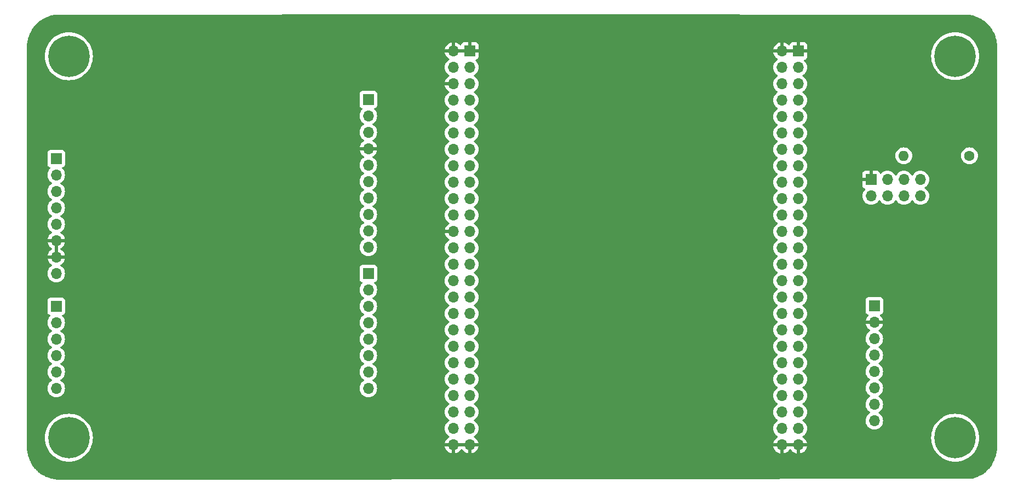
<source format=gbr>
%TF.GenerationSoftware,KiCad,Pcbnew,7.0.1*%
%TF.CreationDate,2023-05-07T16:57:40-06:00*%
%TF.ProjectId,Phase_C_STM_Shield,50686173-655f-4435-9f53-544d5f536869,rev?*%
%TF.SameCoordinates,Original*%
%TF.FileFunction,Copper,L2,Bot*%
%TF.FilePolarity,Positive*%
%FSLAX46Y46*%
G04 Gerber Fmt 4.6, Leading zero omitted, Abs format (unit mm)*
G04 Created by KiCad (PCBNEW 7.0.1) date 2023-05-07 16:57:40*
%MOMM*%
%LPD*%
G01*
G04 APERTURE LIST*
%TA.AperFunction,ComponentPad*%
%ADD10R,1.700000X1.700000*%
%TD*%
%TA.AperFunction,ComponentPad*%
%ADD11O,1.700000X1.700000*%
%TD*%
%TA.AperFunction,ComponentPad*%
%ADD12C,6.400000*%
%TD*%
%TA.AperFunction,ComponentPad*%
%ADD13C,1.600000*%
%TD*%
%TA.AperFunction,ComponentPad*%
%ADD14O,1.600000X1.600000*%
%TD*%
%TA.AperFunction,ViaPad*%
%ADD15C,0.800000*%
%TD*%
G04 APERTURE END LIST*
D10*
%TO.P,J2,1,Pin_1*%
%TO.N,GND*%
X161452400Y-42036200D03*
D11*
%TO.P,J2,2,Pin_2*%
X158912400Y-42036200D03*
%TO.P,J2,3,Pin_3*%
%TO.N,+5V*%
X161452400Y-44576200D03*
%TO.P,J2,4,Pin_4*%
X158912400Y-44576200D03*
%TO.P,J2,5,Pin_5*%
%TO.N,+3V0*%
X161452400Y-47116200D03*
%TO.P,J2,6,Pin_6*%
X158912400Y-47116200D03*
%TO.P,J2,7,Pin_7*%
%TO.N,unconnected-(J2-Pin_7-Pad7)*%
X161452400Y-49656200D03*
%TO.P,J2,8,Pin_8*%
%TO.N,unconnected-(J2-Pin_8-Pad8)*%
X158912400Y-49656200D03*
%TO.P,J2,9,Pin_9*%
%TO.N,unconnected-(J2-Pin_9-Pad9)*%
X161452400Y-52196200D03*
%TO.P,J2,10,Pin_10*%
%TO.N,unconnected-(J2-Pin_10-Pad10)*%
X158912400Y-52196200D03*
%TO.P,J2,11,Pin_11*%
%TO.N,unconnected-(J2-Pin_11-Pad11)*%
X161452400Y-54736200D03*
%TO.P,J2,12,Pin_12*%
%TO.N,unconnected-(J2-Pin_12-Pad12)*%
X158912400Y-54736200D03*
%TO.P,J2,13,Pin_13*%
%TO.N,unconnected-(J2-Pin_13-Pad13)*%
X161452400Y-57276200D03*
%TO.P,J2,14,Pin_14*%
%TO.N,unconnected-(J2-Pin_14-Pad14)*%
X158912400Y-57276200D03*
%TO.P,J2,15,Pin_15*%
%TO.N,unconnected-(J2-Pin_15-Pad15)*%
X161452400Y-59816200D03*
%TO.P,J2,16,Pin_16*%
%TO.N,unconnected-(J2-Pin_16-Pad16)*%
X158912400Y-59816200D03*
%TO.P,J2,17,Pin_17*%
%TO.N,unconnected-(J2-Pin_17-Pad17)*%
X161452400Y-62356200D03*
%TO.P,J2,18,Pin_18*%
%TO.N,unconnected-(J2-Pin_18-Pad18)*%
X158912400Y-62356200D03*
%TO.P,J2,19,Pin_19*%
%TO.N,unconnected-(J2-Pin_19-Pad19)*%
X161452400Y-64896200D03*
%TO.P,J2,20,Pin_20*%
%TO.N,unconnected-(J2-Pin_20-Pad20)*%
X158912400Y-64896200D03*
%TO.P,J2,21,Pin_21*%
%TO.N,unconnected-(J2-Pin_21-Pad21)*%
X161452400Y-67436200D03*
%TO.P,J2,22,Pin_22*%
%TO.N,unconnected-(J2-Pin_22-Pad22)*%
X158912400Y-67436200D03*
%TO.P,J2,23,Pin_23*%
%TO.N,SDA*%
X161452400Y-69976200D03*
%TO.P,J2,24,Pin_24*%
%TO.N,SCL*%
X158912400Y-69976200D03*
%TO.P,J2,25,Pin_25*%
%TO.N,unconnected-(J2-Pin_25-Pad25)*%
X161452400Y-72516200D03*
%TO.P,J2,26,Pin_26*%
%TO.N,unconnected-(J2-Pin_26-Pad26)*%
X158912400Y-72516200D03*
%TO.P,J2,27,Pin_27*%
%TO.N,unconnected-(J2-Pin_27-Pad27)*%
X161452400Y-75056200D03*
%TO.P,J2,28,Pin_28*%
%TO.N,unconnected-(J2-Pin_28-Pad28)*%
X158912400Y-75056200D03*
%TO.P,J2,29,Pin_29*%
%TO.N,unconnected-(J2-Pin_29-Pad29)*%
X161452400Y-77596200D03*
%TO.P,J2,30,Pin_30*%
%TO.N,unconnected-(J2-Pin_30-Pad30)*%
X158912400Y-77596200D03*
%TO.P,J2,31,Pin_31*%
%TO.N,unconnected-(J2-Pin_31-Pad31)*%
X161452400Y-80136200D03*
%TO.P,J2,32,Pin_32*%
%TO.N,unconnected-(J2-Pin_32-Pad32)*%
X158912400Y-80136200D03*
%TO.P,J2,33,Pin_33*%
%TO.N,unconnected-(J2-Pin_33-Pad33)*%
X161452400Y-82676200D03*
%TO.P,J2,34,Pin_34*%
%TO.N,unconnected-(J2-Pin_34-Pad34)*%
X158912400Y-82676200D03*
%TO.P,J2,35,Pin_35*%
%TO.N,INT*%
X161452400Y-85216200D03*
%TO.P,J2,36,Pin_36*%
%TO.N,unconnected-(J2-Pin_36-Pad36)*%
X158912400Y-85216200D03*
%TO.P,J2,37,Pin_37*%
%TO.N,unconnected-(J2-Pin_37-Pad37)*%
X161452400Y-87756200D03*
%TO.P,J2,38,Pin_38*%
%TO.N,unconnected-(J2-Pin_38-Pad38)*%
X158912400Y-87756200D03*
%TO.P,J2,39,Pin_39*%
%TO.N,unconnected-(J2-Pin_39-Pad39)*%
X161452400Y-90296200D03*
%TO.P,J2,40,Pin_40*%
%TO.N,unconnected-(J2-Pin_40-Pad40)*%
X158912400Y-90296200D03*
%TO.P,J2,41,Pin_41*%
%TO.N,unconnected-(J2-Pin_41-Pad41)*%
X161452400Y-92836200D03*
%TO.P,J2,42,Pin_42*%
%TO.N,unconnected-(J2-Pin_42-Pad42)*%
X158912400Y-92836200D03*
%TO.P,J2,43,Pin_43*%
%TO.N,unconnected-(J2-Pin_43-Pad43)*%
X161452400Y-95376200D03*
%TO.P,J2,44,Pin_44*%
%TO.N,unconnected-(J2-Pin_44-Pad44)*%
X158912400Y-95376200D03*
%TO.P,J2,45,Pin_45*%
%TO.N,unconnected-(J2-Pin_45-Pad45)*%
X161452400Y-97916200D03*
%TO.P,J2,46,Pin_46*%
%TO.N,unconnected-(J2-Pin_46-Pad46)*%
X158912400Y-97916200D03*
%TO.P,J2,47,Pin_47*%
%TO.N,unconnected-(J2-Pin_47-Pad47)*%
X161452400Y-100456200D03*
%TO.P,J2,48,Pin_48*%
%TO.N,unconnected-(J2-Pin_48-Pad48)*%
X158912400Y-100456200D03*
%TO.P,J2,49,Pin_49*%
%TO.N,GND*%
X161452400Y-102996200D03*
%TO.P,J2,50,Pin_50*%
X158912400Y-102996200D03*
%TD*%
D12*
%TO.P,H3,1*%
%TO.N,N/C*%
X185699400Y-101879400D03*
%TD*%
D10*
%TO.P,J6,1,Pin_1*%
%TO.N,SH_CP*%
X94970600Y-76454000D03*
D11*
%TO.P,J6,2,Pin_2*%
%TO.N,Buzzer*%
X94970600Y-78994000D03*
%TO.P,J6,3,Pin_3*%
%TO.N,RED_LED*%
X94970600Y-81534000D03*
%TO.P,J6,4,Pin_4*%
%TO.N,GREEN_LED*%
X94970600Y-84074000D03*
%TO.P,J6,5,Pin_5*%
%TO.N,Button_2*%
X94970600Y-86614000D03*
%TO.P,J6,6,Pin_6*%
%TO.N,Button_1*%
X94970600Y-89154000D03*
%TO.P,J6,7,Pin_7*%
%TO.N,unconnected-(J6-Pin_7-Pad7)*%
X94970600Y-91694000D03*
%TO.P,J6,8,Pin_8*%
%TO.N,unconnected-(J6-Pin_8-Pad8)*%
X94970600Y-94234000D03*
%TD*%
D10*
%TO.P,J7,1,Pin_1*%
%TO.N,GND*%
X172704600Y-61930600D03*
D11*
%TO.P,J7,2,Pin_2*%
%TO.N,TX*%
X172704600Y-64470600D03*
%TO.P,J7,3,Pin_3*%
%TO.N,unconnected-(J7-Pin_3-Pad3)*%
X175244600Y-61930600D03*
%TO.P,J7,4,Pin_4*%
%TO.N,+3V0*%
X175244600Y-64470600D03*
%TO.P,J7,5,Pin_5*%
%TO.N,Net-(J7-Pin_5)*%
X177784600Y-61930600D03*
%TO.P,J7,6,Pin_6*%
%TO.N,+3V0*%
X177784600Y-64470600D03*
%TO.P,J7,7,Pin_7*%
%TO.N,RX*%
X180324600Y-61930600D03*
%TO.P,J7,8,Pin_8*%
%TO.N,+3V0*%
X180324600Y-64470600D03*
%TD*%
D10*
%TO.P,J1,1,Pin_1*%
%TO.N,GND*%
X110662400Y-42016200D03*
D11*
%TO.P,J1,2,Pin_2*%
X108122400Y-42016200D03*
%TO.P,J1,3,Pin_3*%
%TO.N,unconnected-(J1-Pin_3-Pad3)*%
X110662400Y-44556200D03*
%TO.P,J1,4,Pin_4*%
%TO.N,unconnected-(J1-Pin_4-Pad4)*%
X108122400Y-44556200D03*
%TO.P,J1,5,Pin_5*%
%TO.N,unconnected-(J1-Pin_5-Pad5)*%
X110662400Y-47096200D03*
%TO.P,J1,6,Pin_6*%
%TO.N,GND*%
X108122400Y-47096200D03*
%TO.P,J1,7,Pin_7*%
%TO.N,unconnected-(J1-Pin_7-Pad7)*%
X110662400Y-49636200D03*
%TO.P,J1,8,Pin_8*%
%TO.N,unconnected-(J1-Pin_8-Pad8)*%
X108122400Y-49636200D03*
%TO.P,J1,9,Pin_9*%
%TO.N,unconnected-(J1-Pin_9-Pad9)*%
X110662400Y-52176200D03*
%TO.P,J1,10,Pin_10*%
%TO.N,unconnected-(J1-Pin_10-Pad10)*%
X108122400Y-52176200D03*
%TO.P,J1,11,Pin_11*%
%TO.N,unconnected-(J1-Pin_11-Pad11)*%
X110662400Y-54716200D03*
%TO.P,J1,12,Pin_12*%
%TO.N,unconnected-(J1-Pin_12-Pad12)*%
X108122400Y-54716200D03*
%TO.P,J1,13,Pin_13*%
%TO.N,RX*%
X110662400Y-57256200D03*
%TO.P,J1,14,Pin_14*%
%TO.N,TX*%
X108122400Y-57256200D03*
%TO.P,J1,15,Pin_15*%
%TO.N,unconnected-(J1-Pin_15-Pad15)*%
X110662400Y-59796200D03*
%TO.P,J1,16,Pin_16*%
%TO.N,unconnected-(J1-Pin_16-Pad16)*%
X108122400Y-59796200D03*
%TO.P,J1,17,Pin_17*%
%TO.N,unconnected-(J1-Pin_17-Pad17)*%
X110662400Y-62336200D03*
%TO.P,J1,18,Pin_18*%
%TO.N,unconnected-(J1-Pin_18-Pad18)*%
X108122400Y-62336200D03*
%TO.P,J1,19,Pin_19*%
%TO.N,unconnected-(J1-Pin_19-Pad19)*%
X110662400Y-64876200D03*
%TO.P,J1,20,Pin_20*%
%TO.N,Dig1*%
X108122400Y-64876200D03*
%TO.P,J1,21,Pin_21*%
%TO.N,unconnected-(J1-Pin_21-Pad21)*%
X110662400Y-67416200D03*
%TO.P,J1,22,Pin_22*%
%TO.N,Dig2*%
X108122400Y-67416200D03*
%TO.P,J1,23,Pin_23*%
%TO.N,unconnected-(J1-Pin_23-Pad23)*%
X110662400Y-69956200D03*
%TO.P,J1,24,Pin_24*%
%TO.N,GND*%
X108122400Y-69956200D03*
%TO.P,J1,25,Pin_25*%
%TO.N,unconnected-(J1-Pin_25-Pad25)*%
X110662400Y-72496200D03*
%TO.P,J1,26,Pin_26*%
%TO.N,Dig3*%
X108122400Y-72496200D03*
%TO.P,J1,27,Pin_27*%
%TO.N,unconnected-(J1-Pin_27-Pad27)*%
X110662400Y-75036200D03*
%TO.P,J1,28,Pin_28*%
%TO.N,Dig4*%
X108122400Y-75036200D03*
%TO.P,J1,29,Pin_29*%
%TO.N,unconnected-(J1-Pin_29-Pad29)*%
X110662400Y-77576200D03*
%TO.P,J1,30,Pin_30*%
%TO.N,DS*%
X108122400Y-77576200D03*
%TO.P,J1,31,Pin_31*%
%TO.N,unconnected-(J1-Pin_31-Pad31)*%
X110662400Y-80116200D03*
%TO.P,J1,32,Pin_32*%
%TO.N,ST_CP*%
X108122400Y-80116200D03*
%TO.P,J1,33,Pin_33*%
%TO.N,unconnected-(J1-Pin_33-Pad33)*%
X110662400Y-82656200D03*
%TO.P,J1,34,Pin_34*%
%TO.N,SH_CP*%
X108122400Y-82656200D03*
%TO.P,J1,35,Pin_35*%
%TO.N,unconnected-(J1-Pin_35-Pad35)*%
X110662400Y-85196200D03*
%TO.P,J1,36,Pin_36*%
%TO.N,Buzzer*%
X108122400Y-85196200D03*
%TO.P,J1,37,Pin_37*%
%TO.N,unconnected-(J1-Pin_37-Pad37)*%
X110662400Y-87736200D03*
%TO.P,J1,38,Pin_38*%
%TO.N,RED_LED*%
X108122400Y-87736200D03*
%TO.P,J1,39,Pin_39*%
%TO.N,unconnected-(J1-Pin_39-Pad39)*%
X110662400Y-90276200D03*
%TO.P,J1,40,Pin_40*%
%TO.N,GREEN_LED*%
X108122400Y-90276200D03*
%TO.P,J1,41,Pin_41*%
%TO.N,unconnected-(J1-Pin_41-Pad41)*%
X110662400Y-92816200D03*
%TO.P,J1,42,Pin_42*%
%TO.N,Button_2*%
X108122400Y-92816200D03*
%TO.P,J1,43,Pin_43*%
%TO.N,unconnected-(J1-Pin_43-Pad43)*%
X110662400Y-95356200D03*
%TO.P,J1,44,Pin_44*%
%TO.N,Button_1*%
X108122400Y-95356200D03*
%TO.P,J1,45,Pin_45*%
%TO.N,unconnected-(J1-Pin_45-Pad45)*%
X110662400Y-97896200D03*
%TO.P,J1,46,Pin_46*%
%TO.N,unconnected-(J1-Pin_46-Pad46)*%
X108122400Y-97896200D03*
%TO.P,J1,47,Pin_47*%
%TO.N,unconnected-(J1-Pin_47-Pad47)*%
X110662400Y-100436200D03*
%TO.P,J1,48,Pin_48*%
%TO.N,unconnected-(J1-Pin_48-Pad48)*%
X108122400Y-100436200D03*
%TO.P,J1,49,Pin_49*%
%TO.N,GND*%
X110662400Y-102976200D03*
%TO.P,J1,50,Pin_50*%
X108122400Y-102976200D03*
%TD*%
D10*
%TO.P,J4,1,Pin_1*%
%TO.N,unconnected-(J4-Pin_1-Pad1)*%
X46710600Y-81534000D03*
D11*
%TO.P,J4,2,Pin_2*%
%TO.N,unconnected-(J4-Pin_2-Pad2)*%
X46710600Y-84074000D03*
%TO.P,J4,3,Pin_3*%
%TO.N,unconnected-(J4-Pin_3-Pad3)*%
X46710600Y-86614000D03*
%TO.P,J4,4,Pin_4*%
%TO.N,unconnected-(J4-Pin_4-Pad4)*%
X46710600Y-89154000D03*
%TO.P,J4,5,Pin_5*%
%TO.N,unconnected-(J4-Pin_5-Pad5)*%
X46710600Y-91694000D03*
%TO.P,J4,6,Pin_6*%
%TO.N,unconnected-(J4-Pin_6-Pad6)*%
X46710600Y-94234000D03*
%TD*%
D10*
%TO.P,J3,1,Pin_1*%
%TO.N,unconnected-(J3-Pin_1-Pad1)*%
X46710600Y-58674000D03*
D11*
%TO.P,J3,2,Pin_2*%
%TO.N,unconnected-(J3-Pin_2-Pad2)*%
X46710600Y-61214000D03*
%TO.P,J3,3,Pin_3*%
%TO.N,unconnected-(J3-Pin_3-Pad3)*%
X46710600Y-63754000D03*
%TO.P,J3,4,Pin_4*%
%TO.N,unconnected-(J3-Pin_4-Pad4)*%
X46710600Y-66294000D03*
%TO.P,J3,5,Pin_5*%
%TO.N,+5V*%
X46710600Y-68834000D03*
%TO.P,J3,6,Pin_6*%
%TO.N,GND*%
X46710600Y-71374000D03*
%TO.P,J3,7,Pin_7*%
X46710600Y-73914000D03*
%TO.P,J3,8,Pin_8*%
%TO.N,unconnected-(J3-Pin_8-Pad8)*%
X46710600Y-76454000D03*
%TD*%
D10*
%TO.P,J5,1,Pin_1*%
%TO.N,unconnected-(J5-Pin_1-Pad1)*%
X94970600Y-49530000D03*
D11*
%TO.P,J5,2,Pin_2*%
%TO.N,unconnected-(J5-Pin_2-Pad2)*%
X94970600Y-52070000D03*
%TO.P,J5,3,Pin_3*%
%TO.N,unconnected-(J5-Pin_3-Pad3)*%
X94970600Y-54610000D03*
%TO.P,J5,4,Pin_4*%
%TO.N,GND*%
X94970600Y-57150000D03*
%TO.P,J5,5,Pin_5*%
%TO.N,Dig1*%
X94970600Y-59690000D03*
%TO.P,J5,6,Pin_6*%
%TO.N,Dig2*%
X94970600Y-62230000D03*
%TO.P,J5,7,Pin_7*%
%TO.N,Dig3*%
X94970600Y-64770000D03*
%TO.P,J5,8,Pin_8*%
%TO.N,Dig4*%
X94970600Y-67310000D03*
%TO.P,J5,9,Pin_9*%
%TO.N,DS*%
X94970600Y-69850000D03*
%TO.P,J5,10,Pin_10*%
%TO.N,ST_CP*%
X94970600Y-72390000D03*
%TD*%
D13*
%TO.P,R1,1*%
%TO.N,+3V0*%
X187919200Y-58247600D03*
D14*
%TO.P,R1,2*%
%TO.N,Net-(J7-Pin_5)*%
X177759200Y-58247600D03*
%TD*%
D12*
%TO.P,H4,1*%
%TO.N,N/C*%
X48666400Y-101879400D03*
%TD*%
%TO.P,H1,1*%
%TO.N,N/C*%
X48666400Y-42849800D03*
%TD*%
D10*
%TO.P,J8,1,Pin_1*%
%TO.N,+5V*%
X173202600Y-81483200D03*
D11*
%TO.P,J8,2,Pin_2*%
%TO.N,GND*%
X173202600Y-84023200D03*
%TO.P,J8,3,Pin_3*%
%TO.N,SCL*%
X173202600Y-86563200D03*
%TO.P,J8,4,Pin_4*%
%TO.N,SDA*%
X173202600Y-89103200D03*
%TO.P,J8,5,Pin_5*%
%TO.N,unconnected-(J8-Pin_5-Pad5)*%
X173202600Y-91643200D03*
%TO.P,J8,6,Pin_6*%
%TO.N,unconnected-(J8-Pin_6-Pad6)*%
X173202600Y-94183200D03*
%TO.P,J8,7,Pin_7*%
%TO.N,unconnected-(J8-Pin_7-Pad7)*%
X173202600Y-96723200D03*
%TO.P,J8,8,Pin_8*%
%TO.N,INT*%
X173202600Y-99263200D03*
%TD*%
D12*
%TO.P,H2,1*%
%TO.N,N/C*%
X185699400Y-42824400D03*
%TD*%
D15*
%TO.N,GND*%
X106603800Y-69951600D03*
X106527600Y-47066200D03*
%TD*%
%TA.AperFunction,Conductor*%
%TO.N,GND*%
G36*
X188011654Y-36444738D02*
G01*
X188036958Y-36447376D01*
X188239950Y-36489939D01*
X188241163Y-36490201D01*
X188436935Y-36533602D01*
X188445434Y-36535806D01*
X188650284Y-36596793D01*
X188652177Y-36597373D01*
X188843592Y-36657726D01*
X188851299Y-36660442D01*
X189050348Y-36738110D01*
X189052469Y-36738963D01*
X189238178Y-36815886D01*
X189245145Y-36819028D01*
X189436953Y-36912798D01*
X189439635Y-36914151D01*
X189578057Y-36986209D01*
X189617885Y-37006943D01*
X189624101Y-37010409D01*
X189677879Y-37042453D01*
X189807427Y-37119647D01*
X189810497Y-37121540D01*
X189980005Y-37229528D01*
X189985430Y-37233189D01*
X190159040Y-37357144D01*
X190162443Y-37359663D01*
X190321920Y-37482034D01*
X190326537Y-37485757D01*
X190489323Y-37623630D01*
X190492940Y-37626816D01*
X190641137Y-37762613D01*
X190645045Y-37766355D01*
X190795843Y-37917153D01*
X190799585Y-37921061D01*
X190935382Y-38069258D01*
X190938575Y-38072883D01*
X191076434Y-38235652D01*
X191080164Y-38240278D01*
X191202535Y-38399755D01*
X191205076Y-38403188D01*
X191329007Y-38576765D01*
X191332670Y-38582193D01*
X191440633Y-38751660D01*
X191442576Y-38754812D01*
X191551789Y-38938097D01*
X191555255Y-38944313D01*
X191648018Y-39122507D01*
X191649430Y-39125304D01*
X191743161Y-39317034D01*
X191746321Y-39324041D01*
X191823184Y-39509603D01*
X191824129Y-39511954D01*
X191901742Y-39710859D01*
X191904486Y-39718647D01*
X191964821Y-39910009D01*
X191965405Y-39911914D01*
X192026386Y-40116743D01*
X192028602Y-40125287D01*
X192071978Y-40320946D01*
X192072278Y-40322337D01*
X192116188Y-40531749D01*
X192117766Y-40541011D01*
X192143837Y-40739045D01*
X192143946Y-40739892D01*
X192170500Y-40952924D01*
X192171334Y-40962852D01*
X192179909Y-41159226D01*
X192179921Y-41159512D01*
X192188793Y-41374027D01*
X192188899Y-41379177D01*
X192175900Y-103362753D01*
X192175794Y-103367851D01*
X192166921Y-103582387D01*
X192166909Y-103582673D01*
X192158334Y-103779046D01*
X192157500Y-103788974D01*
X192130946Y-104002006D01*
X192130837Y-104002853D01*
X192104766Y-104200887D01*
X192103188Y-104210149D01*
X192059278Y-104419561D01*
X192058978Y-104420952D01*
X192015602Y-104616611D01*
X192013386Y-104625155D01*
X191952405Y-104829984D01*
X191951821Y-104831889D01*
X191891486Y-105023251D01*
X191888742Y-105031039D01*
X191811140Y-105229917D01*
X191810184Y-105232295D01*
X191733321Y-105417857D01*
X191730161Y-105424864D01*
X191636430Y-105616594D01*
X191635018Y-105619391D01*
X191542255Y-105797585D01*
X191538789Y-105803801D01*
X191429576Y-105987086D01*
X191427633Y-105990238D01*
X191319670Y-106159705D01*
X191316007Y-106165133D01*
X191192076Y-106338710D01*
X191189535Y-106342143D01*
X191067164Y-106501620D01*
X191063410Y-106506276D01*
X190925581Y-106669009D01*
X190922382Y-106672640D01*
X190786585Y-106820837D01*
X190782843Y-106824745D01*
X190632045Y-106975543D01*
X190628137Y-106979285D01*
X190479940Y-107115082D01*
X190476309Y-107118281D01*
X190313576Y-107256110D01*
X190308920Y-107259864D01*
X190149443Y-107382235D01*
X190146010Y-107384776D01*
X189972433Y-107508707D01*
X189967005Y-107512370D01*
X189797538Y-107620333D01*
X189794386Y-107622276D01*
X189611101Y-107731489D01*
X189604885Y-107734955D01*
X189426691Y-107827718D01*
X189423894Y-107829130D01*
X189232164Y-107922861D01*
X189225157Y-107926021D01*
X189039595Y-108002884D01*
X189037217Y-108003840D01*
X188838339Y-108081442D01*
X188830551Y-108084186D01*
X188639189Y-108144521D01*
X188637284Y-108145105D01*
X188439398Y-108204019D01*
X188404184Y-108209174D01*
X68307885Y-108371741D01*
X68307720Y-108371741D01*
X47195761Y-108372298D01*
X47190634Y-108372192D01*
X46975822Y-108363307D01*
X46975537Y-108363295D01*
X46779452Y-108354734D01*
X46769523Y-108353900D01*
X46556492Y-108327346D01*
X46555645Y-108327237D01*
X46357611Y-108301166D01*
X46348349Y-108299588D01*
X46138937Y-108255678D01*
X46137546Y-108255378D01*
X45941887Y-108212002D01*
X45933343Y-108209786D01*
X45728514Y-108148805D01*
X45726609Y-108148221D01*
X45556921Y-108094719D01*
X45535242Y-108087884D01*
X45527466Y-108085144D01*
X45328554Y-108007529D01*
X45326232Y-108006595D01*
X45237773Y-107969955D01*
X45140641Y-107929721D01*
X45133634Y-107926561D01*
X44941904Y-107832830D01*
X44939107Y-107831418D01*
X44760913Y-107738655D01*
X44754697Y-107735189D01*
X44571412Y-107625976D01*
X44568260Y-107624033D01*
X44398793Y-107516070D01*
X44393365Y-107512407D01*
X44219788Y-107388476D01*
X44216355Y-107385935D01*
X44056878Y-107263564D01*
X44052252Y-107259834D01*
X43889483Y-107121975D01*
X43885858Y-107118782D01*
X43737661Y-106982985D01*
X43733753Y-106979243D01*
X43582955Y-106828445D01*
X43579213Y-106824537D01*
X43443416Y-106676340D01*
X43440230Y-106672723D01*
X43302357Y-106509937D01*
X43298634Y-106505320D01*
X43176263Y-106345843D01*
X43173744Y-106342440D01*
X43049789Y-106168830D01*
X43046128Y-106163405D01*
X43043771Y-106159705D01*
X42938140Y-105993897D01*
X42936247Y-105990827D01*
X42827009Y-105807501D01*
X42823543Y-105801285D01*
X42802809Y-105761457D01*
X42730751Y-105623035D01*
X42729398Y-105620353D01*
X42635628Y-105428545D01*
X42632486Y-105421578D01*
X42555563Y-105235869D01*
X42554710Y-105233748D01*
X42477042Y-105034699D01*
X42474326Y-105026992D01*
X42413973Y-104835577D01*
X42413393Y-104833684D01*
X42412859Y-104831889D01*
X42352406Y-104628834D01*
X42350202Y-104620335D01*
X42306801Y-104424563D01*
X42306539Y-104423350D01*
X42262605Y-104213821D01*
X42261036Y-104204616D01*
X42234940Y-104006395D01*
X42234852Y-104005706D01*
X42234496Y-104002853D01*
X42208297Y-103792663D01*
X42207465Y-103782757D01*
X42198903Y-103586692D01*
X42190005Y-103371562D01*
X42189900Y-103366439D01*
X42189900Y-101879400D01*
X44960822Y-101879400D01*
X44981122Y-102266740D01*
X45041796Y-102649829D01*
X45142185Y-103024486D01*
X45281185Y-103386593D01*
X45457276Y-103732193D01*
X45653472Y-104034306D01*
X45668524Y-104057484D01*
X45912619Y-104358916D01*
X46186884Y-104633181D01*
X46488316Y-104877276D01*
X46488318Y-104877277D01*
X46488319Y-104877278D01*
X46813606Y-105088523D01*
X47159206Y-105264614D01*
X47521313Y-105403614D01*
X47895970Y-105504003D01*
X48087514Y-105534340D01*
X48279062Y-105564678D01*
X48666400Y-105584978D01*
X49053738Y-105564678D01*
X49303086Y-105525185D01*
X49436829Y-105504003D01*
X49436833Y-105504002D01*
X49811487Y-105403614D01*
X50173594Y-105264614D01*
X50519189Y-105088525D01*
X50519188Y-105088525D01*
X50519193Y-105088523D01*
X50681836Y-104982900D01*
X50844484Y-104877276D01*
X51145916Y-104633181D01*
X51420181Y-104358916D01*
X51664276Y-104057484D01*
X51787795Y-103867281D01*
X51875523Y-103732193D01*
X51928463Y-103628292D01*
X52051614Y-103386594D01*
X52113184Y-103226200D01*
X106791764Y-103226200D01*
X106848969Y-103439692D01*
X106948799Y-103653776D01*
X107084293Y-103847281D01*
X107251318Y-104014306D01*
X107444823Y-104149800D01*
X107658907Y-104249630D01*
X107872399Y-104306835D01*
X107872400Y-104306836D01*
X107872400Y-103226200D01*
X108372400Y-103226200D01*
X108372400Y-104306835D01*
X108585892Y-104249630D01*
X108799976Y-104149800D01*
X108993481Y-104014306D01*
X109160506Y-103847281D01*
X109290825Y-103661168D01*
X109335143Y-103622303D01*
X109392400Y-103608292D01*
X109449657Y-103622303D01*
X109493975Y-103661168D01*
X109624293Y-103847281D01*
X109791318Y-104014306D01*
X109984823Y-104149800D01*
X110198907Y-104249630D01*
X110412399Y-104306835D01*
X110412400Y-104306836D01*
X110412400Y-103226200D01*
X110912400Y-103226200D01*
X110912400Y-104306835D01*
X111125892Y-104249630D01*
X111339976Y-104149800D01*
X111533481Y-104014306D01*
X111700506Y-103847281D01*
X111836000Y-103653776D01*
X111935830Y-103439692D01*
X111987677Y-103246200D01*
X157581764Y-103246200D01*
X157638969Y-103459692D01*
X157738799Y-103673776D01*
X157874293Y-103867281D01*
X158041318Y-104034306D01*
X158234823Y-104169800D01*
X158448907Y-104269630D01*
X158662399Y-104326835D01*
X158662400Y-104326836D01*
X158662400Y-103246200D01*
X159162400Y-103246200D01*
X159162400Y-104326835D01*
X159375892Y-104269630D01*
X159589976Y-104169800D01*
X159783481Y-104034306D01*
X159950506Y-103867281D01*
X160080825Y-103681168D01*
X160125143Y-103642303D01*
X160182400Y-103628292D01*
X160239657Y-103642303D01*
X160283975Y-103681168D01*
X160414293Y-103867281D01*
X160581318Y-104034306D01*
X160774823Y-104169800D01*
X160988907Y-104269630D01*
X161202399Y-104326835D01*
X161202400Y-104326836D01*
X161202400Y-103246200D01*
X161702400Y-103246200D01*
X161702400Y-104326835D01*
X161915892Y-104269630D01*
X162129976Y-104169800D01*
X162323481Y-104034306D01*
X162490506Y-103867281D01*
X162626000Y-103673776D01*
X162725830Y-103459692D01*
X162783036Y-103246200D01*
X161702400Y-103246200D01*
X161202400Y-103246200D01*
X159162400Y-103246200D01*
X158662400Y-103246200D01*
X157581764Y-103246200D01*
X111987677Y-103246200D01*
X111993036Y-103226200D01*
X110912400Y-103226200D01*
X110412400Y-103226200D01*
X108372400Y-103226200D01*
X107872400Y-103226200D01*
X106791764Y-103226200D01*
X52113184Y-103226200D01*
X52190614Y-103024487D01*
X52291002Y-102649833D01*
X52351678Y-102266738D01*
X52371978Y-101879400D01*
X52351678Y-101492062D01*
X52321339Y-101300514D01*
X52291003Y-101108970D01*
X52190614Y-100734313D01*
X52076179Y-100436200D01*
X106766740Y-100436200D01*
X106787336Y-100671607D01*
X106832109Y-100838701D01*
X106848497Y-100899863D01*
X106948365Y-101114030D01*
X107083905Y-101307601D01*
X107250999Y-101474695D01*
X107436997Y-101604932D01*
X107475860Y-101649248D01*
X107489871Y-101706505D01*
X107475861Y-101763761D01*
X107436995Y-101808080D01*
X107251319Y-101938092D01*
X107084290Y-102105121D01*
X106948800Y-102298621D01*
X106848969Y-102512707D01*
X106791764Y-102726199D01*
X106791764Y-102726200D01*
X111993036Y-102726200D01*
X111993035Y-102726199D01*
X111935830Y-102512707D01*
X111835999Y-102298621D01*
X111700509Y-102105121D01*
X111533481Y-101938093D01*
X111347804Y-101808080D01*
X111308939Y-101763762D01*
X111294928Y-101706505D01*
X111308939Y-101649248D01*
X111347802Y-101604932D01*
X111533801Y-101474695D01*
X111700895Y-101307601D01*
X111836435Y-101114030D01*
X111936303Y-100899863D01*
X111997463Y-100671608D01*
X112016309Y-100456199D01*
X157556740Y-100456199D01*
X157577336Y-100691607D01*
X157622109Y-100858701D01*
X157638497Y-100919863D01*
X157738365Y-101134030D01*
X157873905Y-101327601D01*
X158040999Y-101494695D01*
X158226997Y-101624932D01*
X158265860Y-101669248D01*
X158279871Y-101726505D01*
X158265861Y-101783761D01*
X158226995Y-101828080D01*
X158041319Y-101958092D01*
X157874290Y-102125121D01*
X157738800Y-102318621D01*
X157638969Y-102532707D01*
X157581764Y-102746199D01*
X157581764Y-102746200D01*
X162783036Y-102746200D01*
X162783035Y-102746199D01*
X162725830Y-102532707D01*
X162625999Y-102318621D01*
X162490509Y-102125121D01*
X162323481Y-101958093D01*
X162211095Y-101879399D01*
X181993822Y-101879399D01*
X182014122Y-102266740D01*
X182074796Y-102649829D01*
X182175185Y-103024486D01*
X182314185Y-103386593D01*
X182490276Y-103732193D01*
X182686472Y-104034306D01*
X182701524Y-104057484D01*
X182945619Y-104358916D01*
X183219884Y-104633181D01*
X183521316Y-104877276D01*
X183521318Y-104877277D01*
X183521319Y-104877278D01*
X183846606Y-105088523D01*
X184192206Y-105264614D01*
X184554313Y-105403614D01*
X184928970Y-105504003D01*
X185120514Y-105534340D01*
X185312062Y-105564678D01*
X185699400Y-105584978D01*
X186086738Y-105564678D01*
X186336086Y-105525185D01*
X186469829Y-105504003D01*
X186469833Y-105504002D01*
X186844487Y-105403614D01*
X187206594Y-105264614D01*
X187552189Y-105088525D01*
X187552188Y-105088525D01*
X187552193Y-105088523D01*
X187714836Y-104982900D01*
X187877484Y-104877276D01*
X188178916Y-104633181D01*
X188453181Y-104358916D01*
X188697276Y-104057484D01*
X188820795Y-103867281D01*
X188908523Y-103732193D01*
X188961463Y-103628292D01*
X189084614Y-103386594D01*
X189223614Y-103024487D01*
X189324002Y-102649833D01*
X189384678Y-102266738D01*
X189404978Y-101879400D01*
X189384678Y-101492062D01*
X189354340Y-101300514D01*
X189324003Y-101108970D01*
X189223614Y-100734313D01*
X189084614Y-100372206D01*
X188908523Y-100026606D01*
X188697278Y-99701319D01*
X188602922Y-99584799D01*
X188453181Y-99399884D01*
X188178916Y-99125619D01*
X187877484Y-98881524D01*
X187877482Y-98881523D01*
X187877480Y-98881521D01*
X187552193Y-98670276D01*
X187206593Y-98494185D01*
X186844486Y-98355185D01*
X186469829Y-98254796D01*
X186086740Y-98194122D01*
X185699400Y-98173822D01*
X185312059Y-98194122D01*
X184928970Y-98254796D01*
X184554313Y-98355185D01*
X184192206Y-98494185D01*
X183846606Y-98670276D01*
X183521319Y-98881521D01*
X183219880Y-99125622D01*
X182945622Y-99399880D01*
X182701521Y-99701319D01*
X182490276Y-100026606D01*
X182314185Y-100372206D01*
X182175185Y-100734313D01*
X182074796Y-101108970D01*
X182014122Y-101492059D01*
X181993822Y-101879399D01*
X162211095Y-101879399D01*
X162137804Y-101828080D01*
X162098939Y-101783762D01*
X162084928Y-101726505D01*
X162098939Y-101669248D01*
X162137802Y-101624932D01*
X162323801Y-101494695D01*
X162490895Y-101327601D01*
X162626435Y-101134030D01*
X162726303Y-100919863D01*
X162787463Y-100691608D01*
X162808059Y-100456200D01*
X162787463Y-100220792D01*
X162726303Y-99992537D01*
X162626435Y-99778371D01*
X162490895Y-99584799D01*
X162323801Y-99417705D01*
X162138239Y-99287773D01*
X162116690Y-99263200D01*
X171846940Y-99263200D01*
X171867536Y-99498607D01*
X171912309Y-99665702D01*
X171928697Y-99726863D01*
X172028565Y-99941030D01*
X172164105Y-100134601D01*
X172331199Y-100301695D01*
X172524770Y-100437235D01*
X172738937Y-100537103D01*
X172967192Y-100598263D01*
X173202600Y-100618859D01*
X173438008Y-100598263D01*
X173666263Y-100537103D01*
X173880430Y-100437235D01*
X174074001Y-100301695D01*
X174241095Y-100134601D01*
X174376635Y-99941030D01*
X174476503Y-99726863D01*
X174537663Y-99498608D01*
X174558259Y-99263200D01*
X174537663Y-99027792D01*
X174476503Y-98799537D01*
X174376635Y-98585371D01*
X174241095Y-98391799D01*
X174074001Y-98224705D01*
X173888439Y-98094773D01*
X173849575Y-98050457D01*
X173835564Y-97993200D01*
X173849575Y-97935943D01*
X173888439Y-97891626D01*
X174074001Y-97761695D01*
X174241095Y-97594601D01*
X174376635Y-97401030D01*
X174476503Y-97186863D01*
X174537663Y-96958608D01*
X174558259Y-96723200D01*
X174537663Y-96487792D01*
X174476503Y-96259537D01*
X174376635Y-96045371D01*
X174241095Y-95851799D01*
X174074001Y-95684705D01*
X173888439Y-95554773D01*
X173849574Y-95510455D01*
X173835564Y-95453199D01*
X173849575Y-95395942D01*
X173888437Y-95351628D01*
X174074001Y-95221695D01*
X174241095Y-95054601D01*
X174376635Y-94861030D01*
X174476503Y-94646863D01*
X174537663Y-94418608D01*
X174558259Y-94183200D01*
X174558168Y-94182165D01*
X174537663Y-93947792D01*
X174518077Y-93874695D01*
X174476503Y-93719537D01*
X174376635Y-93505371D01*
X174241095Y-93311799D01*
X174074001Y-93144705D01*
X173888439Y-93014773D01*
X173849575Y-92970457D01*
X173835564Y-92913200D01*
X173849575Y-92855943D01*
X173888439Y-92811626D01*
X174074001Y-92681695D01*
X174241095Y-92514601D01*
X174376635Y-92321030D01*
X174476503Y-92106863D01*
X174537663Y-91878608D01*
X174558259Y-91643200D01*
X174537663Y-91407792D01*
X174476503Y-91179537D01*
X174376635Y-90965371D01*
X174241095Y-90771799D01*
X174074001Y-90604705D01*
X173888439Y-90474773D01*
X173849575Y-90430457D01*
X173835564Y-90373200D01*
X173849575Y-90315943D01*
X173888439Y-90271626D01*
X174074001Y-90141695D01*
X174241095Y-89974601D01*
X174376635Y-89781030D01*
X174476503Y-89566863D01*
X174537663Y-89338608D01*
X174558259Y-89103200D01*
X174558168Y-89102165D01*
X174537663Y-88867792D01*
X174518077Y-88794695D01*
X174476503Y-88639537D01*
X174376635Y-88425371D01*
X174241095Y-88231799D01*
X174074001Y-88064705D01*
X173888439Y-87934773D01*
X173849575Y-87890457D01*
X173835564Y-87833200D01*
X173849575Y-87775943D01*
X173888439Y-87731626D01*
X174074001Y-87601695D01*
X174241095Y-87434601D01*
X174376635Y-87241030D01*
X174476503Y-87026863D01*
X174537663Y-86798608D01*
X174558259Y-86563200D01*
X174537663Y-86327792D01*
X174476503Y-86099537D01*
X174376635Y-85885371D01*
X174241095Y-85691799D01*
X174074001Y-85524705D01*
X173888002Y-85394467D01*
X173849139Y-85350151D01*
X173835128Y-85292894D01*
X173849139Y-85235637D01*
X173888005Y-85191319D01*
X174073678Y-85061309D01*
X174240706Y-84894281D01*
X174376200Y-84700776D01*
X174476030Y-84486692D01*
X174533236Y-84273200D01*
X171871964Y-84273200D01*
X171929169Y-84486692D01*
X172028999Y-84700776D01*
X172164493Y-84894281D01*
X172331518Y-85061306D01*
X172517195Y-85191319D01*
X172556060Y-85235637D01*
X172570071Y-85292894D01*
X172556060Y-85350151D01*
X172517195Y-85394469D01*
X172331195Y-85524708D01*
X172164105Y-85691798D01*
X172028565Y-85885370D01*
X171928697Y-86099536D01*
X171867536Y-86327792D01*
X171846940Y-86563200D01*
X171867536Y-86798607D01*
X171912309Y-86965702D01*
X171928697Y-87026863D01*
X172028565Y-87241030D01*
X172164105Y-87434601D01*
X172331199Y-87601695D01*
X172516760Y-87731626D01*
X172555624Y-87775943D01*
X172569635Y-87833200D01*
X172555624Y-87890457D01*
X172516759Y-87934775D01*
X172331195Y-88064708D01*
X172164105Y-88231798D01*
X172028565Y-88425370D01*
X171928697Y-88639536D01*
X171867536Y-88867792D01*
X171846940Y-89103199D01*
X171867536Y-89338607D01*
X171912309Y-89505701D01*
X171928697Y-89566863D01*
X172028565Y-89781030D01*
X172164105Y-89974601D01*
X172331199Y-90141695D01*
X172516760Y-90271626D01*
X172555624Y-90315943D01*
X172569635Y-90373200D01*
X172555624Y-90430457D01*
X172516759Y-90474775D01*
X172331195Y-90604708D01*
X172164105Y-90771798D01*
X172028565Y-90965370D01*
X171928697Y-91179536D01*
X171867536Y-91407792D01*
X171846940Y-91643200D01*
X171867536Y-91878607D01*
X171912309Y-92045702D01*
X171928697Y-92106863D01*
X172028565Y-92321030D01*
X172164105Y-92514601D01*
X172331199Y-92681695D01*
X172516760Y-92811626D01*
X172555624Y-92855943D01*
X172569635Y-92913200D01*
X172555624Y-92970457D01*
X172516759Y-93014775D01*
X172331195Y-93144708D01*
X172164105Y-93311798D01*
X172028565Y-93505370D01*
X171928697Y-93719536D01*
X171867536Y-93947792D01*
X171846940Y-94183199D01*
X171867536Y-94418607D01*
X171912309Y-94585701D01*
X171928697Y-94646863D01*
X172028565Y-94861030D01*
X172164105Y-95054601D01*
X172331199Y-95221695D01*
X172516760Y-95351626D01*
X172555624Y-95395943D01*
X172569635Y-95453200D01*
X172555624Y-95510457D01*
X172516759Y-95554775D01*
X172331195Y-95684708D01*
X172164105Y-95851798D01*
X172028565Y-96045370D01*
X171928697Y-96259536D01*
X171867536Y-96487792D01*
X171846940Y-96723200D01*
X171867536Y-96958607D01*
X171912309Y-97125702D01*
X171928697Y-97186863D01*
X172028565Y-97401030D01*
X172164105Y-97594601D01*
X172331199Y-97761695D01*
X172516760Y-97891626D01*
X172555624Y-97935943D01*
X172569635Y-97993200D01*
X172555624Y-98050457D01*
X172516759Y-98094775D01*
X172331195Y-98224708D01*
X172164105Y-98391798D01*
X172028565Y-98585370D01*
X171928697Y-98799536D01*
X171867536Y-99027792D01*
X171846940Y-99263200D01*
X162116690Y-99263200D01*
X162099374Y-99243455D01*
X162085364Y-99186199D01*
X162099375Y-99128942D01*
X162138237Y-99084628D01*
X162323801Y-98954695D01*
X162490895Y-98787601D01*
X162626435Y-98594030D01*
X162726303Y-98379863D01*
X162787463Y-98151608D01*
X162808059Y-97916200D01*
X162787463Y-97680792D01*
X162726303Y-97452537D01*
X162626435Y-97238371D01*
X162490895Y-97044799D01*
X162323801Y-96877705D01*
X162138239Y-96747773D01*
X162099376Y-96703457D01*
X162085365Y-96646200D01*
X162099376Y-96588943D01*
X162138239Y-96544626D01*
X162323801Y-96414695D01*
X162490895Y-96247601D01*
X162626435Y-96054030D01*
X162726303Y-95839863D01*
X162787463Y-95611608D01*
X162808059Y-95376200D01*
X162787463Y-95140792D01*
X162726303Y-94912537D01*
X162626435Y-94698371D01*
X162490895Y-94504799D01*
X162323801Y-94337705D01*
X162138239Y-94207773D01*
X162099375Y-94163457D01*
X162085364Y-94106200D01*
X162099375Y-94048943D01*
X162138239Y-94004626D01*
X162323801Y-93874695D01*
X162490895Y-93707601D01*
X162626435Y-93514030D01*
X162726303Y-93299863D01*
X162787463Y-93071608D01*
X162808059Y-92836200D01*
X162787463Y-92600792D01*
X162726303Y-92372537D01*
X162626435Y-92158371D01*
X162490895Y-91964799D01*
X162323801Y-91797705D01*
X162138239Y-91667773D01*
X162099375Y-91623457D01*
X162085364Y-91566200D01*
X162099375Y-91508943D01*
X162138239Y-91464626D01*
X162323801Y-91334695D01*
X162490895Y-91167601D01*
X162626435Y-90974030D01*
X162726303Y-90759863D01*
X162787463Y-90531608D01*
X162808059Y-90296200D01*
X162787463Y-90060792D01*
X162726303Y-89832537D01*
X162626435Y-89618371D01*
X162490895Y-89424799D01*
X162323801Y-89257705D01*
X162138239Y-89127773D01*
X162099375Y-89083457D01*
X162085364Y-89026200D01*
X162099375Y-88968943D01*
X162138239Y-88924626D01*
X162323801Y-88794695D01*
X162490895Y-88627601D01*
X162626435Y-88434030D01*
X162726303Y-88219863D01*
X162787463Y-87991608D01*
X162808059Y-87756200D01*
X162787463Y-87520792D01*
X162726303Y-87292537D01*
X162626435Y-87078371D01*
X162490895Y-86884799D01*
X162323801Y-86717705D01*
X162138239Y-86587773D01*
X162099375Y-86543457D01*
X162085364Y-86486200D01*
X162099375Y-86428943D01*
X162138239Y-86384626D01*
X162323801Y-86254695D01*
X162490895Y-86087601D01*
X162626435Y-85894030D01*
X162726303Y-85679863D01*
X162787463Y-85451608D01*
X162808059Y-85216200D01*
X162787463Y-84980792D01*
X162726303Y-84752537D01*
X162626435Y-84538371D01*
X162490895Y-84344799D01*
X162323801Y-84177705D01*
X162138239Y-84047773D01*
X162099375Y-84003457D01*
X162085364Y-83946200D01*
X162099375Y-83888943D01*
X162138239Y-83844626D01*
X162323801Y-83714695D01*
X162490895Y-83547601D01*
X162626435Y-83354030D01*
X162726303Y-83139863D01*
X162787463Y-82911608D01*
X162808059Y-82676200D01*
X162787463Y-82440792D01*
X162771460Y-82381069D01*
X171852100Y-82381069D01*
X171858509Y-82440684D01*
X171883656Y-82508107D01*
X171908804Y-82575531D01*
X171995054Y-82690746D01*
X172110269Y-82776996D01*
X172242198Y-82826202D01*
X172292578Y-82861181D01*
X172320031Y-82916025D01*
X172317842Y-82977318D01*
X172286547Y-83030065D01*
X172164488Y-83152124D01*
X172029000Y-83345621D01*
X171929169Y-83559707D01*
X171871964Y-83773199D01*
X171871964Y-83773200D01*
X174533236Y-83773200D01*
X174533235Y-83773199D01*
X174476030Y-83559707D01*
X174376199Y-83345621D01*
X174240709Y-83152121D01*
X174118653Y-83030065D01*
X174087357Y-82977319D01*
X174085168Y-82916026D01*
X174112621Y-82861181D01*
X174162998Y-82826203D01*
X174294931Y-82776996D01*
X174410146Y-82690746D01*
X174496396Y-82575531D01*
X174546691Y-82440683D01*
X174553100Y-82381073D01*
X174553099Y-80585328D01*
X174546691Y-80525717D01*
X174496396Y-80390869D01*
X174410146Y-80275654D01*
X174294931Y-80189404D01*
X174160083Y-80139109D01*
X174100473Y-80132700D01*
X174100469Y-80132700D01*
X172304730Y-80132700D01*
X172245115Y-80139109D01*
X172110269Y-80189404D01*
X171995054Y-80275654D01*
X171908804Y-80390868D01*
X171858509Y-80525715D01*
X171858509Y-80525717D01*
X171852688Y-80579863D01*
X171852100Y-80585330D01*
X171852100Y-82381069D01*
X162771460Y-82381069D01*
X162726303Y-82212537D01*
X162626435Y-81998371D01*
X162490895Y-81804799D01*
X162323801Y-81637705D01*
X162138239Y-81507773D01*
X162099374Y-81463455D01*
X162085364Y-81406199D01*
X162099375Y-81348942D01*
X162138237Y-81304628D01*
X162323801Y-81174695D01*
X162490895Y-81007601D01*
X162626435Y-80814030D01*
X162726303Y-80599863D01*
X162787463Y-80371608D01*
X162808059Y-80136200D01*
X162787463Y-79900792D01*
X162726303Y-79672537D01*
X162626435Y-79458371D01*
X162490895Y-79264799D01*
X162323801Y-79097705D01*
X162138239Y-78967773D01*
X162099374Y-78923455D01*
X162085364Y-78866199D01*
X162099375Y-78808942D01*
X162138237Y-78764628D01*
X162323801Y-78634695D01*
X162490895Y-78467601D01*
X162626435Y-78274030D01*
X162726303Y-78059863D01*
X162787463Y-77831608D01*
X162808059Y-77596200D01*
X162787463Y-77360792D01*
X162726303Y-77132537D01*
X162626435Y-76918371D01*
X162490895Y-76724799D01*
X162323801Y-76557705D01*
X162138239Y-76427773D01*
X162099375Y-76383457D01*
X162085364Y-76326200D01*
X162099375Y-76268943D01*
X162138239Y-76224626D01*
X162323801Y-76094695D01*
X162490895Y-75927601D01*
X162626435Y-75734030D01*
X162726303Y-75519863D01*
X162787463Y-75291608D01*
X162808059Y-75056200D01*
X162787463Y-74820792D01*
X162726303Y-74592537D01*
X162626435Y-74378371D01*
X162490895Y-74184799D01*
X162323801Y-74017705D01*
X162138239Y-73887773D01*
X162099375Y-73843457D01*
X162085364Y-73786200D01*
X162099375Y-73728943D01*
X162138239Y-73684626D01*
X162323801Y-73554695D01*
X162490895Y-73387601D01*
X162626435Y-73194030D01*
X162726303Y-72979863D01*
X162787463Y-72751608D01*
X162808059Y-72516200D01*
X162787463Y-72280792D01*
X162726303Y-72052537D01*
X162626435Y-71838371D01*
X162490895Y-71644799D01*
X162323801Y-71477705D01*
X162138239Y-71347773D01*
X162099374Y-71303455D01*
X162085364Y-71246199D01*
X162099375Y-71188942D01*
X162138237Y-71144628D01*
X162323801Y-71014695D01*
X162490895Y-70847601D01*
X162626435Y-70654030D01*
X162726303Y-70439863D01*
X162787463Y-70211608D01*
X162808059Y-69976200D01*
X162787463Y-69740792D01*
X162726303Y-69512537D01*
X162626435Y-69298371D01*
X162490895Y-69104799D01*
X162323801Y-68937705D01*
X162138239Y-68807773D01*
X162099375Y-68763457D01*
X162085364Y-68706200D01*
X162099375Y-68648943D01*
X162138239Y-68604626D01*
X162323801Y-68474695D01*
X162490895Y-68307601D01*
X162626435Y-68114030D01*
X162726303Y-67899863D01*
X162787463Y-67671608D01*
X162808059Y-67436200D01*
X162787463Y-67200792D01*
X162726303Y-66972537D01*
X162626435Y-66758371D01*
X162490895Y-66564799D01*
X162323801Y-66397705D01*
X162138239Y-66267773D01*
X162099375Y-66223457D01*
X162085364Y-66166200D01*
X162099375Y-66108943D01*
X162138239Y-66064626D01*
X162323801Y-65934695D01*
X162490895Y-65767601D01*
X162626435Y-65574030D01*
X162726303Y-65359863D01*
X162787463Y-65131608D01*
X162808059Y-64896200D01*
X162787463Y-64660792D01*
X162736502Y-64470600D01*
X171348940Y-64470600D01*
X171369536Y-64706007D01*
X171414309Y-64873102D01*
X171430697Y-64934263D01*
X171530565Y-65148430D01*
X171666105Y-65342001D01*
X171833199Y-65509095D01*
X172026770Y-65644635D01*
X172240937Y-65744503D01*
X172469192Y-65805663D01*
X172704600Y-65826259D01*
X172940008Y-65805663D01*
X173168263Y-65744503D01*
X173382430Y-65644635D01*
X173576001Y-65509095D01*
X173743095Y-65342001D01*
X173873026Y-65156439D01*
X173917343Y-65117575D01*
X173974600Y-65103564D01*
X174031857Y-65117575D01*
X174076173Y-65156439D01*
X174206105Y-65342001D01*
X174373199Y-65509095D01*
X174566770Y-65644635D01*
X174780937Y-65744503D01*
X175009192Y-65805663D01*
X175244600Y-65826259D01*
X175480008Y-65805663D01*
X175708263Y-65744503D01*
X175922430Y-65644635D01*
X176116001Y-65509095D01*
X176283095Y-65342001D01*
X176413026Y-65156439D01*
X176457343Y-65117575D01*
X176514600Y-65103564D01*
X176571857Y-65117575D01*
X176616173Y-65156439D01*
X176746105Y-65342001D01*
X176913199Y-65509095D01*
X177106770Y-65644635D01*
X177320937Y-65744503D01*
X177549192Y-65805663D01*
X177784600Y-65826259D01*
X178020008Y-65805663D01*
X178248263Y-65744503D01*
X178462430Y-65644635D01*
X178656001Y-65509095D01*
X178823095Y-65342001D01*
X178953026Y-65156439D01*
X178997343Y-65117575D01*
X179054600Y-65103564D01*
X179111857Y-65117575D01*
X179156173Y-65156439D01*
X179286105Y-65342001D01*
X179453199Y-65509095D01*
X179646770Y-65644635D01*
X179860937Y-65744503D01*
X180089192Y-65805663D01*
X180324600Y-65826259D01*
X180560008Y-65805663D01*
X180788263Y-65744503D01*
X181002430Y-65644635D01*
X181196001Y-65509095D01*
X181363095Y-65342001D01*
X181498635Y-65148430D01*
X181598503Y-64934263D01*
X181659663Y-64706008D01*
X181680259Y-64470600D01*
X181659663Y-64235192D01*
X181598503Y-64006937D01*
X181498635Y-63792771D01*
X181363095Y-63599199D01*
X181196001Y-63432105D01*
X181010439Y-63302173D01*
X180971575Y-63257857D01*
X180957564Y-63200600D01*
X180971575Y-63143343D01*
X181010439Y-63099026D01*
X181196001Y-62969095D01*
X181363095Y-62802001D01*
X181498635Y-62608430D01*
X181598503Y-62394263D01*
X181659663Y-62166008D01*
X181680259Y-61930600D01*
X181659663Y-61695192D01*
X181598503Y-61466937D01*
X181498635Y-61252771D01*
X181363095Y-61059199D01*
X181196001Y-60892105D01*
X181002430Y-60756565D01*
X180788263Y-60656697D01*
X180715674Y-60637247D01*
X180560007Y-60595536D01*
X180324600Y-60574940D01*
X180089192Y-60595536D01*
X179860936Y-60656697D01*
X179646770Y-60756565D01*
X179453198Y-60892105D01*
X179286105Y-61059198D01*
X179156175Y-61244759D01*
X179111857Y-61283625D01*
X179054600Y-61297636D01*
X178997343Y-61283625D01*
X178953025Y-61244759D01*
X178915736Y-61191505D01*
X178823095Y-61059199D01*
X178656001Y-60892105D01*
X178462430Y-60756565D01*
X178248263Y-60656697D01*
X178175674Y-60637247D01*
X178020007Y-60595536D01*
X177784600Y-60574940D01*
X177549192Y-60595536D01*
X177320936Y-60656697D01*
X177106770Y-60756565D01*
X176913198Y-60892105D01*
X176746105Y-61059198D01*
X176616175Y-61244759D01*
X176571857Y-61283625D01*
X176514600Y-61297636D01*
X176457343Y-61283625D01*
X176413025Y-61244759D01*
X176375736Y-61191505D01*
X176283095Y-61059199D01*
X176116001Y-60892105D01*
X175922430Y-60756565D01*
X175708263Y-60656697D01*
X175635674Y-60637247D01*
X175480007Y-60595536D01*
X175244600Y-60574940D01*
X175009192Y-60595536D01*
X174780936Y-60656697D01*
X174566770Y-60756565D01*
X174373201Y-60892103D01*
X174250885Y-61014419D01*
X174198139Y-61045714D01*
X174136846Y-61047903D01*
X174082001Y-61020450D01*
X174047022Y-60970071D01*
X173997952Y-60838511D01*
X173911788Y-60723411D01*
X173796689Y-60637247D01*
X173661975Y-60587002D01*
X173602424Y-60580600D01*
X172954600Y-60580600D01*
X172954600Y-62056600D01*
X172937987Y-62118600D01*
X172892600Y-62163987D01*
X172830600Y-62180600D01*
X171354600Y-62180600D01*
X171354600Y-62828424D01*
X171361002Y-62887975D01*
X171411247Y-63022689D01*
X171497411Y-63137788D01*
X171612511Y-63223952D01*
X171744071Y-63273022D01*
X171794450Y-63308001D01*
X171821903Y-63362846D01*
X171819714Y-63424139D01*
X171788419Y-63476885D01*
X171666103Y-63599201D01*
X171530565Y-63792770D01*
X171430697Y-64006936D01*
X171369536Y-64235192D01*
X171348940Y-64470600D01*
X162736502Y-64470600D01*
X162726303Y-64432537D01*
X162626435Y-64218371D01*
X162490895Y-64024799D01*
X162323801Y-63857705D01*
X162138239Y-63727773D01*
X162099376Y-63683457D01*
X162085365Y-63626200D01*
X162099376Y-63568943D01*
X162138239Y-63524626D01*
X162323801Y-63394695D01*
X162490895Y-63227601D01*
X162626435Y-63034030D01*
X162726303Y-62819863D01*
X162787463Y-62591608D01*
X162808059Y-62356200D01*
X162787463Y-62120792D01*
X162726303Y-61892537D01*
X162627474Y-61680600D01*
X171354600Y-61680600D01*
X172454600Y-61680600D01*
X172454600Y-60580600D01*
X171806776Y-60580600D01*
X171747224Y-60587002D01*
X171612510Y-60637247D01*
X171497411Y-60723411D01*
X171411247Y-60838510D01*
X171361002Y-60973224D01*
X171354600Y-61032776D01*
X171354600Y-61680600D01*
X162627474Y-61680600D01*
X162626435Y-61678371D01*
X162490895Y-61484799D01*
X162323801Y-61317705D01*
X162138239Y-61187773D01*
X162099375Y-61143457D01*
X162085364Y-61086200D01*
X162099375Y-61028943D01*
X162138239Y-60984626D01*
X162323801Y-60854695D01*
X162490895Y-60687601D01*
X162626435Y-60494030D01*
X162726303Y-60279863D01*
X162787463Y-60051608D01*
X162808059Y-59816200D01*
X162787463Y-59580792D01*
X162726303Y-59352537D01*
X162626435Y-59138371D01*
X162490895Y-58944799D01*
X162323801Y-58777705D01*
X162138239Y-58647773D01*
X162099374Y-58603455D01*
X162085364Y-58546199D01*
X162099375Y-58488942D01*
X162138237Y-58444628D01*
X162323801Y-58314695D01*
X162390896Y-58247600D01*
X176453731Y-58247600D01*
X176473564Y-58474289D01*
X176532461Y-58694097D01*
X176628632Y-58900335D01*
X176759153Y-59086740D01*
X176920059Y-59247646D01*
X177106464Y-59378167D01*
X177106465Y-59378167D01*
X177106466Y-59378168D01*
X177312704Y-59474339D01*
X177532508Y-59533235D01*
X177759200Y-59553068D01*
X177985892Y-59533235D01*
X178205696Y-59474339D01*
X178411934Y-59378168D01*
X178598339Y-59247647D01*
X178759247Y-59086739D01*
X178889768Y-58900334D01*
X178985939Y-58694096D01*
X179044835Y-58474292D01*
X179064668Y-58247600D01*
X186613731Y-58247600D01*
X186633564Y-58474289D01*
X186692461Y-58694097D01*
X186788632Y-58900335D01*
X186919153Y-59086740D01*
X187080059Y-59247646D01*
X187266464Y-59378167D01*
X187266465Y-59378167D01*
X187266466Y-59378168D01*
X187472704Y-59474339D01*
X187692508Y-59533235D01*
X187919200Y-59553068D01*
X188145892Y-59533235D01*
X188365696Y-59474339D01*
X188571934Y-59378168D01*
X188758339Y-59247647D01*
X188919247Y-59086739D01*
X189049768Y-58900334D01*
X189145939Y-58694096D01*
X189204835Y-58474292D01*
X189224668Y-58247600D01*
X189204835Y-58020908D01*
X189145939Y-57801104D01*
X189049768Y-57594866D01*
X189040527Y-57581669D01*
X188919246Y-57408459D01*
X188758340Y-57247553D01*
X188571935Y-57117032D01*
X188365697Y-57020861D01*
X188145889Y-56961964D01*
X187919200Y-56942131D01*
X187692510Y-56961964D01*
X187472702Y-57020861D01*
X187266464Y-57117032D01*
X187080059Y-57247553D01*
X186919153Y-57408459D01*
X186788632Y-57594864D01*
X186692461Y-57801102D01*
X186633564Y-58020910D01*
X186613731Y-58247600D01*
X179064668Y-58247600D01*
X179044835Y-58020908D01*
X178985939Y-57801104D01*
X178889768Y-57594866D01*
X178880527Y-57581669D01*
X178759246Y-57408459D01*
X178598340Y-57247553D01*
X178411935Y-57117032D01*
X178205697Y-57020861D01*
X177985889Y-56961964D01*
X177759200Y-56942131D01*
X177532510Y-56961964D01*
X177312702Y-57020861D01*
X177106464Y-57117032D01*
X176920059Y-57247553D01*
X176759153Y-57408459D01*
X176628632Y-57594864D01*
X176532461Y-57801102D01*
X176473564Y-58020910D01*
X176453731Y-58247600D01*
X162390896Y-58247600D01*
X162490895Y-58147601D01*
X162626435Y-57954030D01*
X162726303Y-57739863D01*
X162787463Y-57511608D01*
X162808059Y-57276200D01*
X162787463Y-57040792D01*
X162726303Y-56812537D01*
X162626435Y-56598371D01*
X162490895Y-56404799D01*
X162323801Y-56237705D01*
X162138239Y-56107773D01*
X162099375Y-56063457D01*
X162085364Y-56006200D01*
X162099375Y-55948943D01*
X162138239Y-55904626D01*
X162323801Y-55774695D01*
X162490895Y-55607601D01*
X162626435Y-55414030D01*
X162726303Y-55199863D01*
X162787463Y-54971608D01*
X162808059Y-54736200D01*
X162787463Y-54500792D01*
X162726303Y-54272537D01*
X162626435Y-54058371D01*
X162490895Y-53864799D01*
X162323801Y-53697705D01*
X162138239Y-53567773D01*
X162099374Y-53523455D01*
X162085364Y-53466199D01*
X162099375Y-53408942D01*
X162138237Y-53364628D01*
X162323801Y-53234695D01*
X162490895Y-53067601D01*
X162626435Y-52874030D01*
X162726303Y-52659863D01*
X162787463Y-52431608D01*
X162808059Y-52196200D01*
X162787463Y-51960792D01*
X162726303Y-51732537D01*
X162626435Y-51518371D01*
X162490895Y-51324799D01*
X162323801Y-51157705D01*
X162138239Y-51027773D01*
X162099376Y-50983457D01*
X162085365Y-50926200D01*
X162099376Y-50868943D01*
X162138239Y-50824626D01*
X162323801Y-50694695D01*
X162490895Y-50527601D01*
X162626435Y-50334030D01*
X162726303Y-50119863D01*
X162787463Y-49891608D01*
X162808059Y-49656200D01*
X162787463Y-49420792D01*
X162726303Y-49192537D01*
X162626435Y-48978371D01*
X162490895Y-48784799D01*
X162323801Y-48617705D01*
X162138239Y-48487773D01*
X162099374Y-48443455D01*
X162085364Y-48386199D01*
X162099375Y-48328942D01*
X162138237Y-48284628D01*
X162323801Y-48154695D01*
X162490895Y-47987601D01*
X162626435Y-47794030D01*
X162726303Y-47579863D01*
X162787463Y-47351608D01*
X162808059Y-47116200D01*
X162787463Y-46880792D01*
X162726303Y-46652537D01*
X162626435Y-46438371D01*
X162490895Y-46244799D01*
X162323801Y-46077705D01*
X162138239Y-45947773D01*
X162099375Y-45903457D01*
X162085364Y-45846200D01*
X162099375Y-45788943D01*
X162138239Y-45744626D01*
X162323801Y-45614695D01*
X162490895Y-45447601D01*
X162626435Y-45254030D01*
X162726303Y-45039863D01*
X162787463Y-44811608D01*
X162808059Y-44576200D01*
X162787463Y-44340792D01*
X162726303Y-44112537D01*
X162626435Y-43898371D01*
X162490895Y-43704799D01*
X162368581Y-43582485D01*
X162337285Y-43529739D01*
X162335096Y-43468446D01*
X162362549Y-43413601D01*
X162412928Y-43378622D01*
X162544489Y-43329552D01*
X162659588Y-43243388D01*
X162745752Y-43128289D01*
X162795997Y-42993575D01*
X162802400Y-42934024D01*
X162802400Y-42824400D01*
X181993822Y-42824400D01*
X182014122Y-43211740D01*
X182074796Y-43594829D01*
X182175185Y-43969486D01*
X182314185Y-44331593D01*
X182490276Y-44677193D01*
X182701521Y-45002480D01*
X182701524Y-45002484D01*
X182945619Y-45303916D01*
X183219884Y-45578181D01*
X183521316Y-45822276D01*
X183521318Y-45822277D01*
X183521319Y-45822278D01*
X183846606Y-46033523D01*
X184192206Y-46209614D01*
X184554313Y-46348614D01*
X184928970Y-46449003D01*
X185089337Y-46474402D01*
X185312062Y-46509678D01*
X185699400Y-46529978D01*
X186086738Y-46509678D01*
X186336086Y-46470185D01*
X186469829Y-46449003D01*
X186469833Y-46449002D01*
X186844487Y-46348614D01*
X187206594Y-46209614D01*
X187552189Y-46033525D01*
X187552188Y-46033525D01*
X187552193Y-46033523D01*
X187771253Y-45891263D01*
X187877484Y-45822276D01*
X188178916Y-45578181D01*
X188453181Y-45303916D01*
X188697276Y-45002484D01*
X188821233Y-44811607D01*
X188908523Y-44677193D01*
X189071672Y-44356994D01*
X189084614Y-44331594D01*
X189223614Y-43969487D01*
X189324002Y-43594833D01*
X189329126Y-43562485D01*
X189358246Y-43378622D01*
X189384678Y-43211738D01*
X189404978Y-42824400D01*
X189384678Y-42437062D01*
X189354340Y-42245514D01*
X189324003Y-42053970D01*
X189223614Y-41679313D01*
X189084614Y-41317206D01*
X188908523Y-40971606D01*
X188697278Y-40646319D01*
X188621778Y-40553084D01*
X188453181Y-40344884D01*
X188178916Y-40070619D01*
X187877484Y-39826524D01*
X187877482Y-39826523D01*
X187877480Y-39826521D01*
X187552193Y-39615276D01*
X187206593Y-39439185D01*
X186844486Y-39300185D01*
X186469829Y-39199796D01*
X186086740Y-39139122D01*
X185699400Y-39118822D01*
X185312059Y-39139122D01*
X184928970Y-39199796D01*
X184554313Y-39300185D01*
X184192206Y-39439185D01*
X183846606Y-39615276D01*
X183521319Y-39826521D01*
X183219880Y-40070622D01*
X182945622Y-40344880D01*
X182701521Y-40646319D01*
X182490276Y-40971606D01*
X182314185Y-41317206D01*
X182175185Y-41679313D01*
X182074796Y-42053970D01*
X182014122Y-42437059D01*
X181993822Y-42824400D01*
X162802400Y-42824400D01*
X162802400Y-42286200D01*
X157581764Y-42286200D01*
X157638969Y-42499692D01*
X157738799Y-42713776D01*
X157874293Y-42907281D01*
X158041318Y-43074306D01*
X158226995Y-43204319D01*
X158265860Y-43248637D01*
X158279871Y-43305894D01*
X158265860Y-43363151D01*
X158226995Y-43407469D01*
X158040995Y-43537708D01*
X157873905Y-43704798D01*
X157738365Y-43898370D01*
X157638497Y-44112536D01*
X157577336Y-44340792D01*
X157556740Y-44576200D01*
X157577336Y-44811607D01*
X157622109Y-44978702D01*
X157638497Y-45039863D01*
X157738365Y-45254030D01*
X157873905Y-45447601D01*
X158040999Y-45614695D01*
X158226560Y-45744626D01*
X158265424Y-45788943D01*
X158279435Y-45846200D01*
X158265424Y-45903457D01*
X158226558Y-45947775D01*
X158069010Y-46058092D01*
X158040995Y-46077708D01*
X157873905Y-46244798D01*
X157738365Y-46438370D01*
X157638497Y-46652536D01*
X157577336Y-46880792D01*
X157556740Y-47116199D01*
X157577336Y-47351607D01*
X157622109Y-47518702D01*
X157638497Y-47579863D01*
X157738365Y-47794030D01*
X157873905Y-47987601D01*
X158040999Y-48154695D01*
X158226560Y-48284626D01*
X158265424Y-48328943D01*
X158279435Y-48386200D01*
X158265424Y-48443457D01*
X158226560Y-48487774D01*
X158105535Y-48572517D01*
X158040995Y-48617708D01*
X157873905Y-48784798D01*
X157738365Y-48978370D01*
X157638497Y-49192536D01*
X157577336Y-49420792D01*
X157556740Y-49656200D01*
X157577336Y-49891607D01*
X157622109Y-50058702D01*
X157638497Y-50119863D01*
X157738365Y-50334030D01*
X157873905Y-50527601D01*
X158040999Y-50694695D01*
X158226560Y-50824626D01*
X158265424Y-50868943D01*
X158279435Y-50926200D01*
X158265424Y-50983457D01*
X158226559Y-51027775D01*
X158040995Y-51157708D01*
X157873905Y-51324798D01*
X157738365Y-51518370D01*
X157638497Y-51732536D01*
X157577336Y-51960792D01*
X157556740Y-52196199D01*
X157577336Y-52431607D01*
X157604682Y-52533662D01*
X157638497Y-52659863D01*
X157738365Y-52874030D01*
X157873905Y-53067601D01*
X158040999Y-53234695D01*
X158226560Y-53364626D01*
X158265424Y-53408943D01*
X158279435Y-53466200D01*
X158265424Y-53523457D01*
X158226559Y-53567775D01*
X158040995Y-53697708D01*
X157873905Y-53864798D01*
X157738365Y-54058370D01*
X157638497Y-54272536D01*
X157577336Y-54500792D01*
X157556740Y-54736200D01*
X157577336Y-54971607D01*
X157604682Y-55073662D01*
X157638497Y-55199863D01*
X157738365Y-55414030D01*
X157873905Y-55607601D01*
X158040999Y-55774695D01*
X158226560Y-55904626D01*
X158265424Y-55948943D01*
X158279435Y-56006200D01*
X158265424Y-56063457D01*
X158226559Y-56107775D01*
X158040995Y-56237708D01*
X157873905Y-56404798D01*
X157738365Y-56598370D01*
X157638497Y-56812536D01*
X157577336Y-57040792D01*
X157556740Y-57276200D01*
X157577336Y-57511607D01*
X157604636Y-57613492D01*
X157638497Y-57739863D01*
X157738365Y-57954030D01*
X157873905Y-58147601D01*
X158040999Y-58314695D01*
X158226560Y-58444626D01*
X158265424Y-58488943D01*
X158279435Y-58546200D01*
X158265424Y-58603457D01*
X158226559Y-58647775D01*
X158040995Y-58777708D01*
X157873905Y-58944798D01*
X157738365Y-59138370D01*
X157638497Y-59352536D01*
X157577336Y-59580792D01*
X157556740Y-59816199D01*
X157577336Y-60051607D01*
X157577385Y-60051789D01*
X157638497Y-60279863D01*
X157738365Y-60494030D01*
X157873905Y-60687601D01*
X158040999Y-60854695D01*
X158226560Y-60984626D01*
X158265424Y-61028943D01*
X158279435Y-61086200D01*
X158265424Y-61143457D01*
X158226558Y-61187775D01*
X158089671Y-61283625D01*
X158040995Y-61317708D01*
X157873905Y-61484798D01*
X157738365Y-61678370D01*
X157638497Y-61892536D01*
X157577336Y-62120792D01*
X157556740Y-62356200D01*
X157577336Y-62591607D01*
X157622109Y-62758702D01*
X157638497Y-62819863D01*
X157738365Y-63034030D01*
X157873905Y-63227601D01*
X158040999Y-63394695D01*
X158226560Y-63524626D01*
X158265424Y-63568943D01*
X158279435Y-63626200D01*
X158265424Y-63683457D01*
X158226558Y-63727775D01*
X158089671Y-63823625D01*
X158040995Y-63857708D01*
X157873905Y-64024798D01*
X157738365Y-64218370D01*
X157638497Y-64432536D01*
X157577336Y-64660792D01*
X157556740Y-64896199D01*
X157577336Y-65131607D01*
X157622109Y-65298702D01*
X157638497Y-65359863D01*
X157738365Y-65574030D01*
X157873905Y-65767601D01*
X158040999Y-65934695D01*
X158226560Y-66064626D01*
X158265424Y-66108943D01*
X158279435Y-66166200D01*
X158265424Y-66223457D01*
X158226559Y-66267775D01*
X158040995Y-66397708D01*
X157873905Y-66564798D01*
X157738365Y-66758370D01*
X157638497Y-66972536D01*
X157577336Y-67200792D01*
X157556740Y-67436200D01*
X157577336Y-67671607D01*
X157622109Y-67838702D01*
X157638497Y-67899863D01*
X157738365Y-68114030D01*
X157873905Y-68307601D01*
X158040999Y-68474695D01*
X158226560Y-68604626D01*
X158265424Y-68648943D01*
X158279435Y-68706200D01*
X158265424Y-68763457D01*
X158226558Y-68807775D01*
X158069010Y-68918092D01*
X158040995Y-68937708D01*
X157873905Y-69104798D01*
X157738365Y-69298370D01*
X157638497Y-69512536D01*
X157577336Y-69740792D01*
X157556740Y-69976199D01*
X157577336Y-70211607D01*
X157622109Y-70378701D01*
X157638497Y-70439863D01*
X157738365Y-70654030D01*
X157873905Y-70847601D01*
X158040999Y-71014695D01*
X158226560Y-71144626D01*
X158265424Y-71188943D01*
X158279435Y-71246200D01*
X158265424Y-71303457D01*
X158226559Y-71347775D01*
X158040995Y-71477708D01*
X157873905Y-71644798D01*
X157738365Y-71838370D01*
X157638497Y-72052536D01*
X157577336Y-72280792D01*
X157556740Y-72516200D01*
X157577336Y-72751607D01*
X157622109Y-72918701D01*
X157638497Y-72979863D01*
X157738365Y-73194030D01*
X157873905Y-73387601D01*
X158040999Y-73554695D01*
X158226560Y-73684626D01*
X158265424Y-73728943D01*
X158279435Y-73786200D01*
X158265424Y-73843457D01*
X158226559Y-73887775D01*
X158040995Y-74017708D01*
X157873905Y-74184798D01*
X157738365Y-74378370D01*
X157638497Y-74592536D01*
X157577336Y-74820792D01*
X157556740Y-75056200D01*
X157577336Y-75291607D01*
X157622109Y-75458701D01*
X157638497Y-75519863D01*
X157738365Y-75734030D01*
X157873905Y-75927601D01*
X158040999Y-76094695D01*
X158226560Y-76224626D01*
X158265424Y-76268943D01*
X158279435Y-76326200D01*
X158265424Y-76383457D01*
X158226559Y-76427775D01*
X158040995Y-76557708D01*
X157873905Y-76724798D01*
X157738365Y-76918370D01*
X157638497Y-77132536D01*
X157577336Y-77360792D01*
X157556740Y-77596200D01*
X157577336Y-77831607D01*
X157577385Y-77831789D01*
X157638497Y-78059863D01*
X157738365Y-78274030D01*
X157873905Y-78467601D01*
X158040999Y-78634695D01*
X158226560Y-78764626D01*
X158265424Y-78808943D01*
X158279435Y-78866200D01*
X158265424Y-78923457D01*
X158226559Y-78967775D01*
X158040995Y-79097708D01*
X157873905Y-79264798D01*
X157738365Y-79458370D01*
X157638497Y-79672536D01*
X157577336Y-79900792D01*
X157556740Y-80136200D01*
X157577336Y-80371607D01*
X157618629Y-80525715D01*
X157638497Y-80599863D01*
X157738365Y-80814030D01*
X157873905Y-81007601D01*
X158040999Y-81174695D01*
X158226560Y-81304626D01*
X158265424Y-81348943D01*
X158279435Y-81406200D01*
X158265424Y-81463457D01*
X158226559Y-81507775D01*
X158040995Y-81637708D01*
X157873905Y-81804798D01*
X157738365Y-81998370D01*
X157638497Y-82212536D01*
X157577336Y-82440792D01*
X157556740Y-82676199D01*
X157577336Y-82911607D01*
X157622109Y-83078702D01*
X157638497Y-83139863D01*
X157738365Y-83354030D01*
X157873905Y-83547601D01*
X158040999Y-83714695D01*
X158226560Y-83844626D01*
X158265424Y-83888943D01*
X158279435Y-83946200D01*
X158265424Y-84003457D01*
X158226559Y-84047775D01*
X158040995Y-84177708D01*
X157873905Y-84344798D01*
X157738365Y-84538370D01*
X157638497Y-84752536D01*
X157577336Y-84980792D01*
X157556740Y-85216200D01*
X157577336Y-85451607D01*
X157622109Y-85618701D01*
X157638497Y-85679863D01*
X157738365Y-85894030D01*
X157873905Y-86087601D01*
X158040999Y-86254695D01*
X158226560Y-86384626D01*
X158265424Y-86428943D01*
X158279435Y-86486200D01*
X158265424Y-86543457D01*
X158226559Y-86587775D01*
X158040995Y-86717708D01*
X157873905Y-86884798D01*
X157738365Y-87078370D01*
X157638497Y-87292536D01*
X157577336Y-87520792D01*
X157556740Y-87756199D01*
X157577336Y-87991607D01*
X157622109Y-88158702D01*
X157638497Y-88219863D01*
X157738365Y-88434030D01*
X157873905Y-88627601D01*
X158040999Y-88794695D01*
X158226560Y-88924626D01*
X158265424Y-88968943D01*
X158279435Y-89026200D01*
X158265424Y-89083457D01*
X158226559Y-89127775D01*
X158040995Y-89257708D01*
X157873905Y-89424798D01*
X157738365Y-89618370D01*
X157638497Y-89832536D01*
X157577336Y-90060792D01*
X157556740Y-90296200D01*
X157577336Y-90531607D01*
X157622109Y-90698701D01*
X157638497Y-90759863D01*
X157738365Y-90974030D01*
X157873905Y-91167601D01*
X158040999Y-91334695D01*
X158226560Y-91464626D01*
X158265424Y-91508943D01*
X158279435Y-91566200D01*
X158265424Y-91623457D01*
X158226559Y-91667775D01*
X158040995Y-91797708D01*
X157873905Y-91964798D01*
X157738365Y-92158370D01*
X157638497Y-92372536D01*
X157577336Y-92600792D01*
X157556740Y-92836199D01*
X157577336Y-93071607D01*
X157622109Y-93238702D01*
X157638497Y-93299863D01*
X157738365Y-93514030D01*
X157873905Y-93707601D01*
X158040999Y-93874695D01*
X158226560Y-94004626D01*
X158265424Y-94048943D01*
X158279435Y-94106200D01*
X158265424Y-94163457D01*
X158226559Y-94207775D01*
X158040995Y-94337708D01*
X157873905Y-94504798D01*
X157738365Y-94698370D01*
X157638497Y-94912536D01*
X157577336Y-95140792D01*
X157556740Y-95376200D01*
X157577336Y-95611607D01*
X157622109Y-95778701D01*
X157638497Y-95839863D01*
X157738365Y-96054030D01*
X157873905Y-96247601D01*
X158040999Y-96414695D01*
X158226560Y-96544626D01*
X158265424Y-96588943D01*
X158279435Y-96646200D01*
X158265424Y-96703457D01*
X158226559Y-96747775D01*
X158040995Y-96877708D01*
X157873905Y-97044798D01*
X157738365Y-97238370D01*
X157638497Y-97452536D01*
X157577336Y-97680792D01*
X157556740Y-97916199D01*
X157577336Y-98151607D01*
X157604986Y-98254796D01*
X157638497Y-98379863D01*
X157738365Y-98594030D01*
X157873905Y-98787601D01*
X158040999Y-98954695D01*
X158226560Y-99084626D01*
X158265424Y-99128943D01*
X158279435Y-99186200D01*
X158265424Y-99243457D01*
X158226559Y-99287775D01*
X158040995Y-99417708D01*
X157873905Y-99584798D01*
X157738365Y-99778370D01*
X157638497Y-99992536D01*
X157577336Y-100220792D01*
X157556740Y-100456199D01*
X112016309Y-100456199D01*
X112018059Y-100436200D01*
X111997463Y-100200792D01*
X111936303Y-99972537D01*
X111836435Y-99758371D01*
X111700895Y-99564799D01*
X111533801Y-99397705D01*
X111348239Y-99267773D01*
X111309375Y-99223457D01*
X111295364Y-99166200D01*
X111309375Y-99108943D01*
X111348239Y-99064626D01*
X111533801Y-98934695D01*
X111700895Y-98767601D01*
X111836435Y-98574030D01*
X111936303Y-98359863D01*
X111997463Y-98131608D01*
X112018059Y-97896200D01*
X111997463Y-97660792D01*
X111936303Y-97432537D01*
X111836435Y-97218371D01*
X111700895Y-97024799D01*
X111533801Y-96857705D01*
X111348239Y-96727773D01*
X111309375Y-96683457D01*
X111295364Y-96626200D01*
X111309375Y-96568943D01*
X111348239Y-96524626D01*
X111533801Y-96394695D01*
X111700895Y-96227601D01*
X111836435Y-96034030D01*
X111936303Y-95819863D01*
X111997463Y-95591608D01*
X112018059Y-95356200D01*
X111997463Y-95120792D01*
X111936303Y-94892537D01*
X111836435Y-94678371D01*
X111700895Y-94484799D01*
X111533801Y-94317705D01*
X111348239Y-94187773D01*
X111309375Y-94143457D01*
X111295364Y-94086200D01*
X111309375Y-94028943D01*
X111348239Y-93984626D01*
X111533801Y-93854695D01*
X111700895Y-93687601D01*
X111836435Y-93494030D01*
X111936303Y-93279863D01*
X111997463Y-93051608D01*
X112018059Y-92816200D01*
X111997463Y-92580792D01*
X111936303Y-92352537D01*
X111836435Y-92138371D01*
X111700895Y-91944799D01*
X111533801Y-91777705D01*
X111348239Y-91647773D01*
X111309375Y-91603457D01*
X111295364Y-91546200D01*
X111309375Y-91488943D01*
X111348239Y-91444626D01*
X111533801Y-91314695D01*
X111700895Y-91147601D01*
X111836435Y-90954030D01*
X111936303Y-90739863D01*
X111997463Y-90511608D01*
X112018059Y-90276200D01*
X111997463Y-90040792D01*
X111936303Y-89812537D01*
X111836435Y-89598371D01*
X111700895Y-89404799D01*
X111533801Y-89237705D01*
X111348239Y-89107773D01*
X111309376Y-89063457D01*
X111295365Y-89006200D01*
X111309376Y-88948943D01*
X111348239Y-88904626D01*
X111533801Y-88774695D01*
X111700895Y-88607601D01*
X111836435Y-88414030D01*
X111936303Y-88199863D01*
X111997463Y-87971608D01*
X112018059Y-87736200D01*
X111997463Y-87500792D01*
X111936303Y-87272537D01*
X111836435Y-87058371D01*
X111700895Y-86864799D01*
X111533801Y-86697705D01*
X111348239Y-86567773D01*
X111309374Y-86523455D01*
X111295364Y-86466199D01*
X111309375Y-86408942D01*
X111348237Y-86364628D01*
X111533801Y-86234695D01*
X111700895Y-86067601D01*
X111836435Y-85874030D01*
X111936303Y-85659863D01*
X111997463Y-85431608D01*
X112018059Y-85196200D01*
X111997463Y-84960792D01*
X111936303Y-84732537D01*
X111836435Y-84518371D01*
X111700895Y-84324799D01*
X111533801Y-84157705D01*
X111348239Y-84027773D01*
X111309375Y-83983457D01*
X111295364Y-83926200D01*
X111309375Y-83868943D01*
X111348239Y-83824626D01*
X111533801Y-83694695D01*
X111700895Y-83527601D01*
X111836435Y-83334030D01*
X111936303Y-83119863D01*
X111997463Y-82891608D01*
X112018059Y-82656200D01*
X111997463Y-82420792D01*
X111936303Y-82192537D01*
X111836435Y-81978371D01*
X111700895Y-81784799D01*
X111533801Y-81617705D01*
X111348239Y-81487773D01*
X111309375Y-81443457D01*
X111295364Y-81386200D01*
X111309375Y-81328943D01*
X111348239Y-81284626D01*
X111533801Y-81154695D01*
X111700895Y-80987601D01*
X111836435Y-80794030D01*
X111936303Y-80579863D01*
X111997463Y-80351608D01*
X112018059Y-80116200D01*
X111997463Y-79880792D01*
X111936303Y-79652537D01*
X111836435Y-79438371D01*
X111700895Y-79244799D01*
X111533801Y-79077705D01*
X111348239Y-78947773D01*
X111309375Y-78903457D01*
X111295364Y-78846200D01*
X111309375Y-78788943D01*
X111348239Y-78744626D01*
X111533801Y-78614695D01*
X111700895Y-78447601D01*
X111836435Y-78254030D01*
X111936303Y-78039863D01*
X111997463Y-77811608D01*
X112018059Y-77576200D01*
X111997463Y-77340792D01*
X111936303Y-77112537D01*
X111836435Y-76898371D01*
X111700895Y-76704799D01*
X111533801Y-76537705D01*
X111348239Y-76407773D01*
X111309375Y-76363457D01*
X111295364Y-76306200D01*
X111309375Y-76248943D01*
X111348239Y-76204626D01*
X111533801Y-76074695D01*
X111700895Y-75907601D01*
X111836435Y-75714030D01*
X111936303Y-75499863D01*
X111997463Y-75271608D01*
X112018059Y-75036200D01*
X111997463Y-74800792D01*
X111936303Y-74572537D01*
X111836435Y-74358371D01*
X111700895Y-74164799D01*
X111533801Y-73997705D01*
X111348239Y-73867773D01*
X111309375Y-73823457D01*
X111295364Y-73766200D01*
X111309375Y-73708943D01*
X111348239Y-73664626D01*
X111533801Y-73534695D01*
X111700895Y-73367601D01*
X111836435Y-73174030D01*
X111936303Y-72959863D01*
X111997463Y-72731608D01*
X112018059Y-72496200D01*
X112008767Y-72390000D01*
X111997463Y-72260792D01*
X111969007Y-72154592D01*
X111936303Y-72032537D01*
X111836435Y-71818371D01*
X111700895Y-71624799D01*
X111533801Y-71457705D01*
X111348239Y-71327773D01*
X111309376Y-71283457D01*
X111295365Y-71226200D01*
X111309376Y-71168943D01*
X111348239Y-71124626D01*
X111533801Y-70994695D01*
X111700895Y-70827601D01*
X111836435Y-70634030D01*
X111936303Y-70419863D01*
X111997463Y-70191608D01*
X112018059Y-69956200D01*
X111997463Y-69720792D01*
X111936303Y-69492537D01*
X111836435Y-69278371D01*
X111700895Y-69084799D01*
X111533801Y-68917705D01*
X111348239Y-68787773D01*
X111309375Y-68743457D01*
X111295364Y-68686200D01*
X111309375Y-68628943D01*
X111348239Y-68584626D01*
X111533801Y-68454695D01*
X111700895Y-68287601D01*
X111836435Y-68094030D01*
X111936303Y-67879863D01*
X111997463Y-67651608D01*
X112018059Y-67416200D01*
X112008767Y-67310000D01*
X111997463Y-67180792D01*
X111969007Y-67074592D01*
X111936303Y-66952537D01*
X111836435Y-66738371D01*
X111700895Y-66544799D01*
X111533801Y-66377705D01*
X111348239Y-66247773D01*
X111309374Y-66203455D01*
X111295364Y-66146199D01*
X111309375Y-66088942D01*
X111348237Y-66044628D01*
X111533801Y-65914695D01*
X111700895Y-65747601D01*
X111836435Y-65554030D01*
X111936303Y-65339863D01*
X111997463Y-65111608D01*
X112018059Y-64876200D01*
X111997463Y-64640792D01*
X111936303Y-64412537D01*
X111836435Y-64198371D01*
X111700895Y-64004799D01*
X111533801Y-63837705D01*
X111348239Y-63707773D01*
X111309376Y-63663457D01*
X111295365Y-63606200D01*
X111309376Y-63548943D01*
X111348239Y-63504626D01*
X111533801Y-63374695D01*
X111700895Y-63207601D01*
X111836435Y-63014030D01*
X111936303Y-62799863D01*
X111997463Y-62571608D01*
X112018059Y-62336200D01*
X112008767Y-62230000D01*
X111997463Y-62100792D01*
X111969007Y-61994592D01*
X111936303Y-61872537D01*
X111836435Y-61658371D01*
X111700895Y-61464799D01*
X111533801Y-61297705D01*
X111348239Y-61167773D01*
X111309374Y-61123455D01*
X111295364Y-61066199D01*
X111309375Y-61008942D01*
X111348237Y-60964628D01*
X111533801Y-60834695D01*
X111700895Y-60667601D01*
X111836435Y-60474030D01*
X111936303Y-60259863D01*
X111997463Y-60031608D01*
X112018059Y-59796200D01*
X111997463Y-59560792D01*
X111936303Y-59332537D01*
X111836435Y-59118371D01*
X111700895Y-58924799D01*
X111533801Y-58757705D01*
X111348239Y-58627773D01*
X111309374Y-58583455D01*
X111295364Y-58526199D01*
X111309375Y-58468942D01*
X111348237Y-58424628D01*
X111533801Y-58294695D01*
X111700895Y-58127601D01*
X111836435Y-57934030D01*
X111936303Y-57719863D01*
X111997463Y-57491608D01*
X112018059Y-57256200D01*
X112017302Y-57247553D01*
X111997463Y-57020792D01*
X111997462Y-57020791D01*
X111936303Y-56792537D01*
X111836435Y-56578371D01*
X111700895Y-56384799D01*
X111533801Y-56217705D01*
X111348239Y-56087773D01*
X111309374Y-56043455D01*
X111295364Y-55986199D01*
X111309375Y-55928942D01*
X111348237Y-55884628D01*
X111533801Y-55754695D01*
X111700895Y-55587601D01*
X111836435Y-55394030D01*
X111936303Y-55179863D01*
X111997463Y-54951608D01*
X112018059Y-54716200D01*
X111997463Y-54480792D01*
X111936303Y-54252537D01*
X111836435Y-54038371D01*
X111700895Y-53844799D01*
X111533801Y-53677705D01*
X111348239Y-53547773D01*
X111309375Y-53503457D01*
X111295364Y-53446200D01*
X111309375Y-53388943D01*
X111348239Y-53344626D01*
X111533801Y-53214695D01*
X111700895Y-53047601D01*
X111836435Y-52854030D01*
X111936303Y-52639863D01*
X111997463Y-52411608D01*
X112018059Y-52176200D01*
X111997463Y-51940792D01*
X111936303Y-51712537D01*
X111836435Y-51498371D01*
X111700895Y-51304799D01*
X111533801Y-51137705D01*
X111348239Y-51007773D01*
X111309376Y-50963457D01*
X111295365Y-50906200D01*
X111309376Y-50848943D01*
X111348239Y-50804626D01*
X111533801Y-50674695D01*
X111700895Y-50507601D01*
X111836435Y-50314030D01*
X111936303Y-50099863D01*
X111997463Y-49871608D01*
X112018059Y-49636200D01*
X111997463Y-49400792D01*
X111936303Y-49172537D01*
X111836435Y-48958371D01*
X111700895Y-48764799D01*
X111533801Y-48597705D01*
X111348239Y-48467773D01*
X111309374Y-48423455D01*
X111295364Y-48366199D01*
X111309375Y-48308942D01*
X111348237Y-48264628D01*
X111533801Y-48134695D01*
X111700895Y-47967601D01*
X111836435Y-47774030D01*
X111936303Y-47559863D01*
X111997463Y-47331608D01*
X112018059Y-47096200D01*
X111997463Y-46860792D01*
X111936303Y-46632537D01*
X111836435Y-46418371D01*
X111700895Y-46224799D01*
X111533801Y-46057705D01*
X111348239Y-45927773D01*
X111309375Y-45883457D01*
X111295364Y-45826200D01*
X111309375Y-45768943D01*
X111348239Y-45724626D01*
X111533801Y-45594695D01*
X111700895Y-45427601D01*
X111836435Y-45234030D01*
X111936303Y-45019863D01*
X111997463Y-44791608D01*
X112018059Y-44556200D01*
X111997463Y-44320792D01*
X111936303Y-44092537D01*
X111836435Y-43878371D01*
X111700895Y-43684799D01*
X111578580Y-43562484D01*
X111547285Y-43509739D01*
X111545096Y-43448446D01*
X111572549Y-43393601D01*
X111622928Y-43358622D01*
X111754489Y-43309552D01*
X111869588Y-43223388D01*
X111955752Y-43108289D01*
X112005997Y-42973575D01*
X112012400Y-42914024D01*
X112012400Y-42266200D01*
X106791764Y-42266200D01*
X106848969Y-42479692D01*
X106948799Y-42693776D01*
X107084293Y-42887281D01*
X107251318Y-43054306D01*
X107436995Y-43184319D01*
X107475860Y-43228637D01*
X107489871Y-43285894D01*
X107475860Y-43343151D01*
X107436995Y-43387469D01*
X107250995Y-43517708D01*
X107083905Y-43684798D01*
X106948365Y-43878370D01*
X106848497Y-44092536D01*
X106787336Y-44320792D01*
X106766740Y-44556199D01*
X106787336Y-44791607D01*
X106832109Y-44958702D01*
X106848497Y-45019863D01*
X106948365Y-45234030D01*
X107083905Y-45427601D01*
X107250999Y-45594695D01*
X107436997Y-45724932D01*
X107475860Y-45769248D01*
X107489871Y-45826505D01*
X107475861Y-45883761D01*
X107436995Y-45928080D01*
X107251319Y-46058092D01*
X107084290Y-46225121D01*
X106948800Y-46418621D01*
X106848969Y-46632707D01*
X106791764Y-46846199D01*
X106791764Y-46846200D01*
X108248400Y-46846200D01*
X108310400Y-46862813D01*
X108355787Y-46908200D01*
X108372400Y-46970200D01*
X108372400Y-47222200D01*
X108355787Y-47284200D01*
X108310400Y-47329587D01*
X108248400Y-47346200D01*
X106791764Y-47346200D01*
X106848969Y-47559692D01*
X106948799Y-47773776D01*
X107084293Y-47967281D01*
X107251318Y-48134306D01*
X107436995Y-48264319D01*
X107475860Y-48308637D01*
X107489871Y-48365894D01*
X107475860Y-48423151D01*
X107436995Y-48467469D01*
X107250995Y-48597708D01*
X107083905Y-48764798D01*
X106948365Y-48958370D01*
X106848497Y-49172536D01*
X106787336Y-49400792D01*
X106766740Y-49636200D01*
X106787336Y-49871607D01*
X106832109Y-50038701D01*
X106848497Y-50099863D01*
X106948365Y-50314030D01*
X107083905Y-50507601D01*
X107250999Y-50674695D01*
X107436560Y-50804626D01*
X107475424Y-50848943D01*
X107489435Y-50906200D01*
X107475424Y-50963457D01*
X107436559Y-51007775D01*
X107250995Y-51137708D01*
X107083905Y-51304798D01*
X106948365Y-51498370D01*
X106848497Y-51712536D01*
X106787336Y-51940792D01*
X106766740Y-52176200D01*
X106787336Y-52411607D01*
X106820041Y-52533662D01*
X106848497Y-52639863D01*
X106948365Y-52854030D01*
X107083905Y-53047601D01*
X107250999Y-53214695D01*
X107436560Y-53344626D01*
X107475424Y-53388943D01*
X107489435Y-53446200D01*
X107475424Y-53503457D01*
X107436559Y-53547775D01*
X107250995Y-53677708D01*
X107083905Y-53844798D01*
X106948365Y-54038370D01*
X106848497Y-54252536D01*
X106787336Y-54480792D01*
X106766740Y-54716200D01*
X106787336Y-54951607D01*
X106820041Y-55073662D01*
X106848497Y-55179863D01*
X106948365Y-55394030D01*
X107083905Y-55587601D01*
X107250999Y-55754695D01*
X107436560Y-55884626D01*
X107475424Y-55928943D01*
X107489435Y-55986200D01*
X107475424Y-56043457D01*
X107436559Y-56087775D01*
X107250995Y-56217708D01*
X107083905Y-56384798D01*
X106948365Y-56578370D01*
X106848497Y-56792536D01*
X106787336Y-57020792D01*
X106766740Y-57256199D01*
X106787336Y-57491607D01*
X106819995Y-57613492D01*
X106848497Y-57719863D01*
X106948365Y-57934030D01*
X107083905Y-58127601D01*
X107250999Y-58294695D01*
X107436560Y-58424626D01*
X107475424Y-58468943D01*
X107489435Y-58526200D01*
X107475424Y-58583457D01*
X107436560Y-58627774D01*
X107341843Y-58694096D01*
X107250995Y-58757708D01*
X107083905Y-58924798D01*
X106948365Y-59118370D01*
X106848497Y-59332536D01*
X106787336Y-59560792D01*
X106766740Y-59796200D01*
X106787336Y-60031607D01*
X106792744Y-60051789D01*
X106848497Y-60259863D01*
X106948365Y-60474030D01*
X107083905Y-60667601D01*
X107250999Y-60834695D01*
X107436560Y-60964626D01*
X107475424Y-61008943D01*
X107489435Y-61066200D01*
X107475424Y-61123457D01*
X107436560Y-61167774D01*
X107271108Y-61283625D01*
X107250995Y-61297708D01*
X107083905Y-61464798D01*
X106948365Y-61658370D01*
X106848497Y-61872536D01*
X106787336Y-62100792D01*
X106766740Y-62336199D01*
X106787336Y-62571607D01*
X106820041Y-62693662D01*
X106848497Y-62799863D01*
X106948365Y-63014030D01*
X107083905Y-63207601D01*
X107250999Y-63374695D01*
X107436560Y-63504626D01*
X107475424Y-63548943D01*
X107489435Y-63606200D01*
X107475424Y-63663457D01*
X107436558Y-63707775D01*
X107271108Y-63823625D01*
X107250995Y-63837708D01*
X107083905Y-64004798D01*
X106948365Y-64198370D01*
X106848497Y-64412536D01*
X106787336Y-64640792D01*
X106766740Y-64876200D01*
X106787336Y-65111607D01*
X106820041Y-65233662D01*
X106848497Y-65339863D01*
X106948365Y-65554030D01*
X107083905Y-65747601D01*
X107250999Y-65914695D01*
X107436560Y-66044626D01*
X107475424Y-66088943D01*
X107489435Y-66146200D01*
X107475424Y-66203457D01*
X107436559Y-66247775D01*
X107250995Y-66377708D01*
X107083905Y-66544798D01*
X106948365Y-66738370D01*
X106848497Y-66952536D01*
X106787336Y-67180792D01*
X106766740Y-67416199D01*
X106787336Y-67651607D01*
X106820041Y-67773662D01*
X106848497Y-67879863D01*
X106948365Y-68094030D01*
X107083905Y-68287601D01*
X107250999Y-68454695D01*
X107436997Y-68584932D01*
X107475860Y-68629248D01*
X107489871Y-68686505D01*
X107475861Y-68743761D01*
X107436995Y-68788080D01*
X107251319Y-68918092D01*
X107084290Y-69085121D01*
X106948800Y-69278621D01*
X106848969Y-69492707D01*
X106791764Y-69706199D01*
X106791764Y-69706200D01*
X108248400Y-69706200D01*
X108310400Y-69722813D01*
X108355787Y-69768200D01*
X108372400Y-69830200D01*
X108372400Y-70082200D01*
X108355787Y-70144200D01*
X108310400Y-70189587D01*
X108248400Y-70206200D01*
X106791764Y-70206200D01*
X106848969Y-70419692D01*
X106948799Y-70633776D01*
X107084293Y-70827281D01*
X107251318Y-70994306D01*
X107436995Y-71124319D01*
X107475860Y-71168637D01*
X107489871Y-71225894D01*
X107475860Y-71283151D01*
X107436995Y-71327469D01*
X107250995Y-71457708D01*
X107083905Y-71624798D01*
X106948365Y-71818370D01*
X106848497Y-72032536D01*
X106787336Y-72260792D01*
X106766740Y-72496199D01*
X106787336Y-72731607D01*
X106832109Y-72898701D01*
X106848497Y-72959863D01*
X106948365Y-73174030D01*
X107083905Y-73367601D01*
X107250999Y-73534695D01*
X107436560Y-73664626D01*
X107475424Y-73708943D01*
X107489435Y-73766200D01*
X107475424Y-73823457D01*
X107436559Y-73867775D01*
X107250995Y-73997708D01*
X107083905Y-74164798D01*
X106948365Y-74358370D01*
X106848497Y-74572536D01*
X106787336Y-74800792D01*
X106766740Y-75036200D01*
X106787336Y-75271607D01*
X106811468Y-75361668D01*
X106848497Y-75499863D01*
X106948365Y-75714030D01*
X107083905Y-75907601D01*
X107250999Y-76074695D01*
X107436560Y-76204626D01*
X107475424Y-76248943D01*
X107489435Y-76306200D01*
X107475424Y-76363457D01*
X107436559Y-76407775D01*
X107250995Y-76537708D01*
X107083905Y-76704798D01*
X106948365Y-76898370D01*
X106848497Y-77112536D01*
X106787336Y-77340792D01*
X106766740Y-77576199D01*
X106787336Y-77811607D01*
X106792744Y-77831789D01*
X106848497Y-78039863D01*
X106948365Y-78254030D01*
X107083905Y-78447601D01*
X107250999Y-78614695D01*
X107436560Y-78744626D01*
X107475424Y-78788943D01*
X107489435Y-78846200D01*
X107475424Y-78903457D01*
X107436559Y-78947775D01*
X107250995Y-79077708D01*
X107083905Y-79244798D01*
X106948365Y-79438370D01*
X106848497Y-79652536D01*
X106787336Y-79880792D01*
X106766740Y-80116199D01*
X106787336Y-80351607D01*
X106811468Y-80441668D01*
X106848497Y-80579863D01*
X106948365Y-80794030D01*
X107083905Y-80987601D01*
X107250999Y-81154695D01*
X107436560Y-81284626D01*
X107475424Y-81328943D01*
X107489435Y-81386200D01*
X107475424Y-81443457D01*
X107436559Y-81487775D01*
X107250995Y-81617708D01*
X107083905Y-81784798D01*
X106948365Y-81978370D01*
X106848497Y-82192536D01*
X106787336Y-82420792D01*
X106766740Y-82656200D01*
X106787336Y-82891607D01*
X106810303Y-82977319D01*
X106848497Y-83119863D01*
X106948365Y-83334030D01*
X107083905Y-83527601D01*
X107250999Y-83694695D01*
X107436560Y-83824626D01*
X107475424Y-83868943D01*
X107489435Y-83926200D01*
X107475424Y-83983457D01*
X107436559Y-84027775D01*
X107250995Y-84157708D01*
X107083905Y-84324798D01*
X106948365Y-84518370D01*
X106848497Y-84732536D01*
X106787336Y-84960792D01*
X106766740Y-85196199D01*
X106787336Y-85431607D01*
X106825894Y-85575505D01*
X106848497Y-85659863D01*
X106948365Y-85874030D01*
X107083905Y-86067601D01*
X107250999Y-86234695D01*
X107436560Y-86364626D01*
X107475424Y-86408943D01*
X107489435Y-86466200D01*
X107475424Y-86523457D01*
X107436559Y-86567775D01*
X107250995Y-86697708D01*
X107083905Y-86864798D01*
X106948365Y-87058370D01*
X106848497Y-87272536D01*
X106787336Y-87500792D01*
X106766740Y-87736200D01*
X106787336Y-87971607D01*
X106825894Y-88115505D01*
X106848497Y-88199863D01*
X106948365Y-88414030D01*
X107083905Y-88607601D01*
X107250999Y-88774695D01*
X107436560Y-88904626D01*
X107475424Y-88948943D01*
X107489435Y-89006200D01*
X107475424Y-89063457D01*
X107436559Y-89107775D01*
X107250995Y-89237708D01*
X107083905Y-89404798D01*
X106948365Y-89598370D01*
X106848497Y-89812536D01*
X106787336Y-90040792D01*
X106766740Y-90276199D01*
X106787336Y-90511607D01*
X106825894Y-90655505D01*
X106848497Y-90739863D01*
X106948365Y-90954030D01*
X107083905Y-91147601D01*
X107250999Y-91314695D01*
X107436560Y-91444626D01*
X107475424Y-91488943D01*
X107489435Y-91546200D01*
X107475424Y-91603457D01*
X107436559Y-91647775D01*
X107250995Y-91777708D01*
X107083905Y-91944798D01*
X106948365Y-92138370D01*
X106848497Y-92352536D01*
X106787336Y-92580792D01*
X106766740Y-92816200D01*
X106787336Y-93051607D01*
X106825894Y-93195505D01*
X106848497Y-93279863D01*
X106948365Y-93494030D01*
X107083905Y-93687601D01*
X107250999Y-93854695D01*
X107436560Y-93984626D01*
X107475424Y-94028943D01*
X107489435Y-94086200D01*
X107475424Y-94143457D01*
X107436559Y-94187775D01*
X107250995Y-94317708D01*
X107083905Y-94484798D01*
X106948365Y-94678370D01*
X106848497Y-94892536D01*
X106787336Y-95120792D01*
X106766740Y-95356200D01*
X106787336Y-95591607D01*
X106832109Y-95758701D01*
X106848497Y-95819863D01*
X106948365Y-96034030D01*
X107083905Y-96227601D01*
X107250999Y-96394695D01*
X107436560Y-96524626D01*
X107475424Y-96568943D01*
X107489435Y-96626200D01*
X107475424Y-96683457D01*
X107436559Y-96727775D01*
X107250995Y-96857708D01*
X107083905Y-97024798D01*
X106948365Y-97218370D01*
X106848497Y-97432536D01*
X106787336Y-97660792D01*
X106766740Y-97896200D01*
X106787336Y-98131607D01*
X106820345Y-98254796D01*
X106848497Y-98359863D01*
X106948365Y-98574030D01*
X107083905Y-98767601D01*
X107250999Y-98934695D01*
X107436560Y-99064626D01*
X107475424Y-99108943D01*
X107489435Y-99166200D01*
X107475424Y-99223457D01*
X107436559Y-99267775D01*
X107250995Y-99397708D01*
X107083905Y-99564798D01*
X106948365Y-99758370D01*
X106848497Y-99972536D01*
X106787336Y-100200792D01*
X106766740Y-100436200D01*
X52076179Y-100436200D01*
X52051614Y-100372206D01*
X51875523Y-100026606D01*
X51664278Y-99701319D01*
X51569922Y-99584799D01*
X51420181Y-99399884D01*
X51145916Y-99125619D01*
X50844484Y-98881524D01*
X50844482Y-98881523D01*
X50844480Y-98881521D01*
X50519193Y-98670276D01*
X50173593Y-98494185D01*
X49811486Y-98355185D01*
X49436829Y-98254796D01*
X49053740Y-98194122D01*
X48666400Y-98173822D01*
X48279059Y-98194122D01*
X47895970Y-98254796D01*
X47521313Y-98355185D01*
X47159206Y-98494185D01*
X46813606Y-98670276D01*
X46488319Y-98881521D01*
X46186880Y-99125622D01*
X45912622Y-99399880D01*
X45668521Y-99701319D01*
X45457276Y-100026606D01*
X45281185Y-100372206D01*
X45142185Y-100734313D01*
X45041796Y-101108970D01*
X44981122Y-101492059D01*
X44960822Y-101879400D01*
X42189900Y-101879400D01*
X42189900Y-94234000D01*
X45354940Y-94234000D01*
X45375536Y-94469407D01*
X45420309Y-94636501D01*
X45436697Y-94697663D01*
X45536565Y-94911830D01*
X45672105Y-95105401D01*
X45839199Y-95272495D01*
X46032770Y-95408035D01*
X46246937Y-95507903D01*
X46475192Y-95569063D01*
X46710600Y-95589659D01*
X46946008Y-95569063D01*
X47174263Y-95507903D01*
X47388430Y-95408035D01*
X47582001Y-95272495D01*
X47749095Y-95105401D01*
X47884635Y-94911830D01*
X47984503Y-94697663D01*
X48045663Y-94469408D01*
X48066259Y-94234000D01*
X93614940Y-94234000D01*
X93635536Y-94469407D01*
X93680309Y-94636501D01*
X93696697Y-94697663D01*
X93796565Y-94911830D01*
X93932105Y-95105401D01*
X94099199Y-95272495D01*
X94292770Y-95408035D01*
X94506937Y-95507903D01*
X94735192Y-95569063D01*
X94970600Y-95589659D01*
X95206008Y-95569063D01*
X95434263Y-95507903D01*
X95648430Y-95408035D01*
X95842001Y-95272495D01*
X96009095Y-95105401D01*
X96144635Y-94911830D01*
X96244503Y-94697663D01*
X96305663Y-94469408D01*
X96326259Y-94234000D01*
X96305663Y-93998592D01*
X96244503Y-93770337D01*
X96144635Y-93556171D01*
X96009095Y-93362599D01*
X95842001Y-93195505D01*
X95656439Y-93065573D01*
X95617574Y-93021255D01*
X95603564Y-92963999D01*
X95617575Y-92906742D01*
X95656437Y-92862428D01*
X95842001Y-92732495D01*
X96009095Y-92565401D01*
X96144635Y-92371830D01*
X96244503Y-92157663D01*
X96305663Y-91929408D01*
X96326259Y-91694000D01*
X96321814Y-91643200D01*
X96305663Y-91458592D01*
X96267105Y-91314691D01*
X96244503Y-91230337D01*
X96144635Y-91016171D01*
X96009095Y-90822599D01*
X95842001Y-90655505D01*
X95656439Y-90525573D01*
X95617574Y-90481255D01*
X95603564Y-90423999D01*
X95617575Y-90366742D01*
X95656437Y-90322428D01*
X95842001Y-90192495D01*
X96009095Y-90025401D01*
X96144635Y-89831830D01*
X96244503Y-89617663D01*
X96305663Y-89389408D01*
X96326259Y-89154000D01*
X96305663Y-88918592D01*
X96244503Y-88690337D01*
X96144635Y-88476171D01*
X96009095Y-88282599D01*
X95842001Y-88115505D01*
X95656439Y-87985573D01*
X95617575Y-87941257D01*
X95603564Y-87884000D01*
X95617575Y-87826743D01*
X95656439Y-87782426D01*
X95842001Y-87652495D01*
X96009095Y-87485401D01*
X96144635Y-87291830D01*
X96244503Y-87077663D01*
X96305663Y-86849408D01*
X96326259Y-86614000D01*
X96305663Y-86378592D01*
X96244503Y-86150337D01*
X96144635Y-85936171D01*
X96009095Y-85742599D01*
X95842001Y-85575505D01*
X95656439Y-85445573D01*
X95617574Y-85401255D01*
X95603564Y-85343999D01*
X95617575Y-85286742D01*
X95656437Y-85242428D01*
X95842001Y-85112495D01*
X96009095Y-84945401D01*
X96144635Y-84751830D01*
X96244503Y-84537663D01*
X96305663Y-84309408D01*
X96326259Y-84074000D01*
X96305663Y-83838592D01*
X96244503Y-83610337D01*
X96144635Y-83396171D01*
X96009095Y-83202599D01*
X95842001Y-83035505D01*
X95656439Y-82905573D01*
X95617575Y-82861257D01*
X95603564Y-82804000D01*
X95617575Y-82746743D01*
X95656439Y-82702426D01*
X95842001Y-82572495D01*
X96009095Y-82405401D01*
X96144635Y-82211830D01*
X96244503Y-81997663D01*
X96305663Y-81769408D01*
X96326259Y-81534000D01*
X96305663Y-81298592D01*
X96244503Y-81070337D01*
X96144635Y-80856171D01*
X96009095Y-80662599D01*
X95842001Y-80495505D01*
X95656439Y-80365573D01*
X95617575Y-80321257D01*
X95603564Y-80264000D01*
X95617575Y-80206743D01*
X95656439Y-80162426D01*
X95842001Y-80032495D01*
X96009095Y-79865401D01*
X96144635Y-79671830D01*
X96244503Y-79457663D01*
X96305663Y-79229408D01*
X96326259Y-78994000D01*
X96323964Y-78967774D01*
X96305663Y-78758592D01*
X96272465Y-78634695D01*
X96244503Y-78530337D01*
X96144635Y-78316171D01*
X96009095Y-78122599D01*
X95887169Y-78000673D01*
X95855873Y-77947927D01*
X95853684Y-77886634D01*
X95881137Y-77831789D01*
X95931516Y-77796810D01*
X96062931Y-77747796D01*
X96178146Y-77661546D01*
X96264396Y-77546331D01*
X96314691Y-77411483D01*
X96321100Y-77351873D01*
X96321099Y-75556128D01*
X96314691Y-75496517D01*
X96264396Y-75361669D01*
X96178146Y-75246454D01*
X96062931Y-75160204D01*
X95928083Y-75109909D01*
X95868473Y-75103500D01*
X95868469Y-75103500D01*
X94072730Y-75103500D01*
X94013115Y-75109909D01*
X93878269Y-75160204D01*
X93763054Y-75246454D01*
X93676804Y-75361668D01*
X93626509Y-75496516D01*
X93620100Y-75556130D01*
X93620100Y-77351869D01*
X93626509Y-77411483D01*
X93676804Y-77546331D01*
X93763054Y-77661546D01*
X93878269Y-77747796D01*
X93988912Y-77789063D01*
X94009682Y-77796810D01*
X94060062Y-77831789D01*
X94087515Y-77886634D01*
X94085326Y-77947926D01*
X94054031Y-78000673D01*
X93932103Y-78122601D01*
X93796565Y-78316170D01*
X93696697Y-78530336D01*
X93635536Y-78758592D01*
X93614940Y-78993999D01*
X93635536Y-79229407D01*
X93680309Y-79396502D01*
X93696697Y-79457663D01*
X93796565Y-79671830D01*
X93932105Y-79865401D01*
X94099199Y-80032495D01*
X94284760Y-80162426D01*
X94323624Y-80206743D01*
X94337635Y-80264000D01*
X94323624Y-80321257D01*
X94284759Y-80365575D01*
X94099195Y-80495508D01*
X93932105Y-80662598D01*
X93796565Y-80856170D01*
X93696697Y-81070336D01*
X93635536Y-81298592D01*
X93614940Y-81534000D01*
X93635536Y-81769407D01*
X93680309Y-81936502D01*
X93696697Y-81997663D01*
X93796565Y-82211830D01*
X93932105Y-82405401D01*
X94099199Y-82572495D01*
X94284760Y-82702426D01*
X94323624Y-82746743D01*
X94337635Y-82804000D01*
X94323624Y-82861257D01*
X94284759Y-82905575D01*
X94269835Y-82916025D01*
X94197558Y-82966634D01*
X94099195Y-83035508D01*
X93932105Y-83202598D01*
X93796565Y-83396170D01*
X93696697Y-83610336D01*
X93635536Y-83838592D01*
X93614940Y-84073999D01*
X93635536Y-84309407D01*
X93680309Y-84476501D01*
X93696697Y-84537663D01*
X93796565Y-84751830D01*
X93932105Y-84945401D01*
X94099199Y-85112495D01*
X94284760Y-85242426D01*
X94323624Y-85286743D01*
X94337635Y-85344000D01*
X94323624Y-85401257D01*
X94284759Y-85445575D01*
X94099195Y-85575508D01*
X93932105Y-85742598D01*
X93796565Y-85936170D01*
X93696697Y-86150336D01*
X93635536Y-86378592D01*
X93614940Y-86614000D01*
X93635536Y-86849407D01*
X93680309Y-87016501D01*
X93696697Y-87077663D01*
X93796565Y-87291830D01*
X93932105Y-87485401D01*
X94099199Y-87652495D01*
X94284760Y-87782426D01*
X94323624Y-87826743D01*
X94337635Y-87884000D01*
X94323624Y-87941257D01*
X94284759Y-87985575D01*
X94099195Y-88115508D01*
X93932105Y-88282598D01*
X93796565Y-88476170D01*
X93696697Y-88690336D01*
X93635536Y-88918592D01*
X93614940Y-89154000D01*
X93635536Y-89389407D01*
X93680309Y-89556501D01*
X93696697Y-89617663D01*
X93796565Y-89831830D01*
X93932105Y-90025401D01*
X94099199Y-90192495D01*
X94284760Y-90322426D01*
X94323624Y-90366743D01*
X94337635Y-90424000D01*
X94323624Y-90481257D01*
X94284759Y-90525575D01*
X94099195Y-90655508D01*
X93932105Y-90822598D01*
X93796565Y-91016170D01*
X93696697Y-91230336D01*
X93635536Y-91458592D01*
X93614940Y-91693999D01*
X93635536Y-91929407D01*
X93680309Y-92096502D01*
X93696697Y-92157663D01*
X93796565Y-92371830D01*
X93932105Y-92565401D01*
X94099199Y-92732495D01*
X94284760Y-92862426D01*
X94323624Y-92906743D01*
X94337635Y-92964000D01*
X94323624Y-93021257D01*
X94284759Y-93065575D01*
X94099195Y-93195508D01*
X93932105Y-93362598D01*
X93796565Y-93556170D01*
X93696697Y-93770336D01*
X93635536Y-93998592D01*
X93614940Y-94234000D01*
X48066259Y-94234000D01*
X48045663Y-93998592D01*
X47984503Y-93770337D01*
X47884635Y-93556171D01*
X47749095Y-93362599D01*
X47582001Y-93195505D01*
X47396439Y-93065573D01*
X47357574Y-93021255D01*
X47343564Y-92963999D01*
X47357575Y-92906742D01*
X47396437Y-92862428D01*
X47582001Y-92732495D01*
X47749095Y-92565401D01*
X47884635Y-92371830D01*
X47984503Y-92157663D01*
X48045663Y-91929408D01*
X48066259Y-91694000D01*
X48061814Y-91643200D01*
X48045663Y-91458592D01*
X48007105Y-91314691D01*
X47984503Y-91230337D01*
X47884635Y-91016171D01*
X47749095Y-90822599D01*
X47582001Y-90655505D01*
X47396439Y-90525573D01*
X47357574Y-90481255D01*
X47343564Y-90423999D01*
X47357575Y-90366742D01*
X47396437Y-90322428D01*
X47582001Y-90192495D01*
X47749095Y-90025401D01*
X47884635Y-89831830D01*
X47984503Y-89617663D01*
X48045663Y-89389408D01*
X48066259Y-89154000D01*
X48045663Y-88918592D01*
X47984503Y-88690337D01*
X47884635Y-88476171D01*
X47749095Y-88282599D01*
X47582001Y-88115505D01*
X47396439Y-87985573D01*
X47357575Y-87941257D01*
X47343564Y-87884000D01*
X47357575Y-87826743D01*
X47396439Y-87782426D01*
X47582001Y-87652495D01*
X47749095Y-87485401D01*
X47884635Y-87291830D01*
X47984503Y-87077663D01*
X48045663Y-86849408D01*
X48066259Y-86614000D01*
X48045663Y-86378592D01*
X47984503Y-86150337D01*
X47884635Y-85936171D01*
X47749095Y-85742599D01*
X47582001Y-85575505D01*
X47396439Y-85445573D01*
X47357576Y-85401257D01*
X47343565Y-85344000D01*
X47357576Y-85286743D01*
X47396439Y-85242426D01*
X47582001Y-85112495D01*
X47749095Y-84945401D01*
X47884635Y-84751830D01*
X47984503Y-84537663D01*
X48045663Y-84309408D01*
X48066259Y-84074000D01*
X48045663Y-83838592D01*
X47984503Y-83610337D01*
X47884635Y-83396171D01*
X47749095Y-83202599D01*
X47627169Y-83080673D01*
X47595873Y-83027927D01*
X47593684Y-82966634D01*
X47621137Y-82911789D01*
X47671516Y-82876810D01*
X47802931Y-82827796D01*
X47918146Y-82741546D01*
X48004396Y-82626331D01*
X48054691Y-82491483D01*
X48061100Y-82431873D01*
X48061099Y-80636128D01*
X48054691Y-80576517D01*
X48004396Y-80441669D01*
X47918146Y-80326454D01*
X47802931Y-80240204D01*
X47668083Y-80189909D01*
X47608473Y-80183500D01*
X47608469Y-80183500D01*
X45812730Y-80183500D01*
X45753115Y-80189909D01*
X45618269Y-80240204D01*
X45503054Y-80326454D01*
X45416804Y-80441668D01*
X45366509Y-80576516D01*
X45360100Y-80636130D01*
X45360100Y-82431869D01*
X45366509Y-82491483D01*
X45416804Y-82626331D01*
X45503054Y-82741546D01*
X45618269Y-82827796D01*
X45707779Y-82861181D01*
X45749682Y-82876810D01*
X45800062Y-82911789D01*
X45827515Y-82966634D01*
X45825326Y-83027926D01*
X45794031Y-83080673D01*
X45672103Y-83202601D01*
X45536565Y-83396170D01*
X45436697Y-83610336D01*
X45375536Y-83838592D01*
X45354940Y-84074000D01*
X45375536Y-84309407D01*
X45420309Y-84476501D01*
X45436697Y-84537663D01*
X45536565Y-84751830D01*
X45672105Y-84945401D01*
X45839199Y-85112495D01*
X46024760Y-85242426D01*
X46063624Y-85286743D01*
X46077635Y-85344000D01*
X46063624Y-85401257D01*
X46024759Y-85445575D01*
X45839195Y-85575508D01*
X45672105Y-85742598D01*
X45536565Y-85936170D01*
X45436697Y-86150336D01*
X45375536Y-86378592D01*
X45354940Y-86614000D01*
X45375536Y-86849407D01*
X45420309Y-87016501D01*
X45436697Y-87077663D01*
X45536565Y-87291830D01*
X45672105Y-87485401D01*
X45839199Y-87652495D01*
X46024760Y-87782426D01*
X46063624Y-87826743D01*
X46077635Y-87884000D01*
X46063624Y-87941257D01*
X46024759Y-87985575D01*
X45839195Y-88115508D01*
X45672105Y-88282598D01*
X45536565Y-88476170D01*
X45436697Y-88690336D01*
X45375536Y-88918592D01*
X45354940Y-89154000D01*
X45375536Y-89389407D01*
X45420309Y-89556502D01*
X45436697Y-89617663D01*
X45536565Y-89831830D01*
X45672105Y-90025401D01*
X45839199Y-90192495D01*
X46024760Y-90322426D01*
X46063624Y-90366743D01*
X46077635Y-90424000D01*
X46063624Y-90481257D01*
X46024759Y-90525575D01*
X45839195Y-90655508D01*
X45672105Y-90822598D01*
X45536565Y-91016170D01*
X45436697Y-91230336D01*
X45375536Y-91458592D01*
X45354940Y-91693999D01*
X45375536Y-91929407D01*
X45420309Y-92096502D01*
X45436697Y-92157663D01*
X45536565Y-92371830D01*
X45672105Y-92565401D01*
X45839199Y-92732495D01*
X46024760Y-92862426D01*
X46063624Y-92906743D01*
X46077635Y-92964000D01*
X46063624Y-93021257D01*
X46024759Y-93065575D01*
X45839195Y-93195508D01*
X45672105Y-93362598D01*
X45536565Y-93556170D01*
X45436697Y-93770336D01*
X45375536Y-93998592D01*
X45354940Y-94234000D01*
X42189900Y-94234000D01*
X42189900Y-76454000D01*
X45354940Y-76454000D01*
X45375536Y-76689407D01*
X45420309Y-76856502D01*
X45436697Y-76917663D01*
X45536565Y-77131830D01*
X45672105Y-77325401D01*
X45839199Y-77492495D01*
X46032770Y-77628035D01*
X46246937Y-77727903D01*
X46475192Y-77789063D01*
X46710600Y-77809659D01*
X46946008Y-77789063D01*
X47174263Y-77727903D01*
X47388430Y-77628035D01*
X47582001Y-77492495D01*
X47749095Y-77325401D01*
X47884635Y-77131830D01*
X47984503Y-76917663D01*
X48045663Y-76689408D01*
X48066259Y-76454000D01*
X48045663Y-76218592D01*
X47984503Y-75990337D01*
X47884635Y-75776171D01*
X47749095Y-75582599D01*
X47582001Y-75415505D01*
X47396002Y-75285267D01*
X47357139Y-75240951D01*
X47343128Y-75183694D01*
X47357139Y-75126437D01*
X47396005Y-75082119D01*
X47581678Y-74952109D01*
X47748706Y-74785081D01*
X47884200Y-74591576D01*
X47984030Y-74377492D01*
X48041236Y-74164000D01*
X45379964Y-74164000D01*
X45437169Y-74377492D01*
X45536999Y-74591576D01*
X45672493Y-74785081D01*
X45839518Y-74952106D01*
X46025195Y-75082119D01*
X46064060Y-75126437D01*
X46078071Y-75183694D01*
X46064060Y-75240951D01*
X46025195Y-75285269D01*
X45839195Y-75415508D01*
X45672105Y-75582598D01*
X45536565Y-75776170D01*
X45436697Y-75990336D01*
X45375536Y-76218592D01*
X45354940Y-76454000D01*
X42189900Y-76454000D01*
X42189900Y-71624000D01*
X45379964Y-71624000D01*
X45437169Y-71837492D01*
X45536999Y-72051576D01*
X45672493Y-72245081D01*
X45839518Y-72412106D01*
X46025631Y-72542425D01*
X46064496Y-72586743D01*
X46078507Y-72644000D01*
X46064496Y-72701257D01*
X46025631Y-72745575D01*
X45839518Y-72875893D01*
X45672490Y-73042921D01*
X45537000Y-73236421D01*
X45437169Y-73450507D01*
X45379964Y-73663999D01*
X45379964Y-73664000D01*
X46460600Y-73664000D01*
X46460600Y-71624000D01*
X46960600Y-71624000D01*
X46960600Y-73664000D01*
X48041236Y-73664000D01*
X48041235Y-73663999D01*
X47984030Y-73450507D01*
X47884199Y-73236421D01*
X47748709Y-73042921D01*
X47581681Y-72875893D01*
X47395568Y-72745575D01*
X47356703Y-72701257D01*
X47342692Y-72644000D01*
X47356703Y-72586743D01*
X47395568Y-72542425D01*
X47581681Y-72412106D01*
X47603787Y-72390000D01*
X93614940Y-72390000D01*
X93635536Y-72625407D01*
X93669352Y-72751608D01*
X93696697Y-72853663D01*
X93796565Y-73067830D01*
X93932105Y-73261401D01*
X94099199Y-73428495D01*
X94292770Y-73564035D01*
X94506937Y-73663903D01*
X94735191Y-73725062D01*
X94735192Y-73725063D01*
X94970599Y-73745659D01*
X94970599Y-73745658D01*
X94970600Y-73745659D01*
X95206008Y-73725063D01*
X95434263Y-73663903D01*
X95648430Y-73564035D01*
X95842001Y-73428495D01*
X96009095Y-73261401D01*
X96144635Y-73067830D01*
X96244503Y-72853663D01*
X96305663Y-72625408D01*
X96326259Y-72390000D01*
X96305663Y-72154592D01*
X96244503Y-71926337D01*
X96144635Y-71712171D01*
X96009095Y-71518599D01*
X95842001Y-71351505D01*
X95656439Y-71221573D01*
X95617575Y-71177257D01*
X95603564Y-71120000D01*
X95617575Y-71062743D01*
X95656439Y-71018426D01*
X95842001Y-70888495D01*
X96009095Y-70721401D01*
X96144635Y-70527830D01*
X96244503Y-70313663D01*
X96305663Y-70085408D01*
X96326259Y-69850000D01*
X96305663Y-69614592D01*
X96244503Y-69386337D01*
X96144635Y-69172171D01*
X96009095Y-68978599D01*
X95842001Y-68811505D01*
X95656439Y-68681573D01*
X95617575Y-68637257D01*
X95603564Y-68580000D01*
X95617575Y-68522743D01*
X95656439Y-68478426D01*
X95842001Y-68348495D01*
X96009095Y-68181401D01*
X96144635Y-67987830D01*
X96244503Y-67773663D01*
X96305663Y-67545408D01*
X96326259Y-67310000D01*
X96305663Y-67074592D01*
X96244503Y-66846337D01*
X96144635Y-66632171D01*
X96009095Y-66438599D01*
X95842001Y-66271505D01*
X95656439Y-66141573D01*
X95617575Y-66097257D01*
X95603564Y-66040000D01*
X95617575Y-65982743D01*
X95656439Y-65938426D01*
X95842001Y-65808495D01*
X96009095Y-65641401D01*
X96144635Y-65447830D01*
X96244503Y-65233663D01*
X96305663Y-65005408D01*
X96326259Y-64770000D01*
X96305663Y-64534592D01*
X96244503Y-64306337D01*
X96144635Y-64092171D01*
X96009095Y-63898599D01*
X95842001Y-63731505D01*
X95656439Y-63601573D01*
X95617576Y-63557257D01*
X95603565Y-63500000D01*
X95617576Y-63442743D01*
X95656439Y-63398426D01*
X95842001Y-63268495D01*
X96009095Y-63101401D01*
X96144635Y-62907830D01*
X96244503Y-62693663D01*
X96305663Y-62465408D01*
X96326259Y-62230000D01*
X96320483Y-62163987D01*
X96305663Y-61994592D01*
X96244503Y-61766337D01*
X96144635Y-61552171D01*
X96009095Y-61358599D01*
X95842001Y-61191505D01*
X95656439Y-61061573D01*
X95617574Y-61017255D01*
X95603564Y-60959999D01*
X95617575Y-60902742D01*
X95656437Y-60858428D01*
X95842001Y-60728495D01*
X96009095Y-60561401D01*
X96144635Y-60367830D01*
X96244503Y-60153663D01*
X96305663Y-59925408D01*
X96326259Y-59690000D01*
X96305663Y-59454592D01*
X96244503Y-59226337D01*
X96144635Y-59012171D01*
X96009095Y-58818599D01*
X95842001Y-58651505D01*
X95656002Y-58521267D01*
X95617139Y-58476951D01*
X95603128Y-58419694D01*
X95617139Y-58362437D01*
X95656005Y-58318119D01*
X95841678Y-58188109D01*
X96008706Y-58021081D01*
X96144200Y-57827576D01*
X96244030Y-57613492D01*
X96301236Y-57400000D01*
X93639964Y-57400000D01*
X93697169Y-57613492D01*
X93796999Y-57827576D01*
X93932493Y-58021081D01*
X94099518Y-58188106D01*
X94285195Y-58318119D01*
X94324060Y-58362437D01*
X94338071Y-58419694D01*
X94324060Y-58476951D01*
X94285195Y-58521269D01*
X94196382Y-58583457D01*
X94104528Y-58647774D01*
X94099195Y-58651508D01*
X93932105Y-58818598D01*
X93796565Y-59012170D01*
X93696697Y-59226336D01*
X93635536Y-59454592D01*
X93614940Y-59690000D01*
X93635536Y-59925407D01*
X93669352Y-60051608D01*
X93696697Y-60153663D01*
X93796565Y-60367830D01*
X93932105Y-60561401D01*
X94099199Y-60728495D01*
X94284760Y-60858426D01*
X94323624Y-60902743D01*
X94337635Y-60960000D01*
X94323624Y-61017257D01*
X94284759Y-61061575D01*
X94099195Y-61191508D01*
X93932105Y-61358598D01*
X93796565Y-61552170D01*
X93696697Y-61766336D01*
X93635536Y-61994592D01*
X93614940Y-62229999D01*
X93635536Y-62465407D01*
X93669352Y-62591608D01*
X93696697Y-62693663D01*
X93796565Y-62907830D01*
X93932105Y-63101401D01*
X94099199Y-63268495D01*
X94284760Y-63398426D01*
X94323624Y-63442743D01*
X94337635Y-63500000D01*
X94323624Y-63557257D01*
X94284759Y-63601575D01*
X94099195Y-63731508D01*
X93932105Y-63898598D01*
X93796565Y-64092170D01*
X93696697Y-64306336D01*
X93635536Y-64534592D01*
X93614940Y-64770000D01*
X93635536Y-65005407D01*
X93669352Y-65131608D01*
X93696697Y-65233663D01*
X93796565Y-65447830D01*
X93932105Y-65641401D01*
X94099199Y-65808495D01*
X94284760Y-65938426D01*
X94323624Y-65982743D01*
X94337635Y-66040000D01*
X94323624Y-66097257D01*
X94284759Y-66141575D01*
X94099195Y-66271508D01*
X93932105Y-66438598D01*
X93796565Y-66632170D01*
X93696697Y-66846336D01*
X93635536Y-67074592D01*
X93614940Y-67309999D01*
X93635536Y-67545407D01*
X93669352Y-67671608D01*
X93696697Y-67773663D01*
X93796565Y-67987830D01*
X93932105Y-68181401D01*
X94099199Y-68348495D01*
X94284760Y-68478426D01*
X94323624Y-68522743D01*
X94337635Y-68580000D01*
X94323624Y-68637257D01*
X94284758Y-68681575D01*
X94195947Y-68743762D01*
X94099195Y-68811508D01*
X93932105Y-68978598D01*
X93796565Y-69172170D01*
X93696697Y-69386336D01*
X93635536Y-69614592D01*
X93614940Y-69850000D01*
X93635536Y-70085407D01*
X93669352Y-70211608D01*
X93696697Y-70313663D01*
X93796565Y-70527830D01*
X93932105Y-70721401D01*
X94099199Y-70888495D01*
X94284760Y-71018426D01*
X94323624Y-71062743D01*
X94337635Y-71120000D01*
X94323624Y-71177257D01*
X94284758Y-71221575D01*
X94104528Y-71347774D01*
X94099195Y-71351508D01*
X93932105Y-71518598D01*
X93796565Y-71712170D01*
X93696697Y-71926336D01*
X93635536Y-72154592D01*
X93614940Y-72390000D01*
X47603787Y-72390000D01*
X47748706Y-72245081D01*
X47884200Y-72051576D01*
X47984030Y-71837492D01*
X48041236Y-71624000D01*
X46960600Y-71624000D01*
X46460600Y-71624000D01*
X45379964Y-71624000D01*
X42189900Y-71624000D01*
X42189900Y-68833999D01*
X45354940Y-68833999D01*
X45375536Y-69069407D01*
X45403072Y-69172171D01*
X45436697Y-69297663D01*
X45536565Y-69511830D01*
X45672105Y-69705401D01*
X45839199Y-69872495D01*
X46025197Y-70002732D01*
X46064060Y-70047048D01*
X46078071Y-70104305D01*
X46064061Y-70161561D01*
X46025195Y-70205880D01*
X45839519Y-70335892D01*
X45672490Y-70502921D01*
X45537000Y-70696421D01*
X45437169Y-70910507D01*
X45379964Y-71123999D01*
X45379964Y-71124000D01*
X48041236Y-71124000D01*
X48041235Y-71123999D01*
X47984030Y-70910507D01*
X47884199Y-70696421D01*
X47748709Y-70502921D01*
X47581681Y-70335893D01*
X47396004Y-70205880D01*
X47357139Y-70161562D01*
X47343128Y-70104305D01*
X47357139Y-70047048D01*
X47396002Y-70002732D01*
X47582001Y-69872495D01*
X47749095Y-69705401D01*
X47884635Y-69511830D01*
X47984503Y-69297663D01*
X48045663Y-69069408D01*
X48066259Y-68834000D01*
X48045663Y-68598592D01*
X47984503Y-68370337D01*
X47884635Y-68156171D01*
X47749095Y-67962599D01*
X47582001Y-67795505D01*
X47396439Y-67665573D01*
X47357575Y-67621257D01*
X47343564Y-67564000D01*
X47357575Y-67506743D01*
X47396439Y-67462426D01*
X47582001Y-67332495D01*
X47749095Y-67165401D01*
X47884635Y-66971830D01*
X47984503Y-66757663D01*
X48045663Y-66529408D01*
X48066259Y-66294000D01*
X48045663Y-66058592D01*
X47984503Y-65830337D01*
X47884635Y-65616171D01*
X47749095Y-65422599D01*
X47582001Y-65255505D01*
X47396439Y-65125573D01*
X47357574Y-65081255D01*
X47343564Y-65023999D01*
X47357575Y-64966742D01*
X47396437Y-64922428D01*
X47582001Y-64792495D01*
X47749095Y-64625401D01*
X47884635Y-64431830D01*
X47984503Y-64217663D01*
X48045663Y-63989408D01*
X48066259Y-63754000D01*
X48045663Y-63518592D01*
X47984503Y-63290337D01*
X47884635Y-63076171D01*
X47749095Y-62882599D01*
X47582001Y-62715505D01*
X47396439Y-62585573D01*
X47357576Y-62541257D01*
X47343565Y-62484000D01*
X47357576Y-62426743D01*
X47396439Y-62382426D01*
X47582001Y-62252495D01*
X47749095Y-62085401D01*
X47884635Y-61891830D01*
X47984503Y-61677663D01*
X48045663Y-61449408D01*
X48066259Y-61214000D01*
X48045663Y-60978592D01*
X47984503Y-60750337D01*
X47884635Y-60536171D01*
X47749095Y-60342599D01*
X47627169Y-60220673D01*
X47595873Y-60167927D01*
X47593684Y-60106634D01*
X47621137Y-60051789D01*
X47671516Y-60016810D01*
X47802931Y-59967796D01*
X47918146Y-59881546D01*
X48004396Y-59766331D01*
X48054691Y-59631483D01*
X48061100Y-59571873D01*
X48061099Y-57776128D01*
X48054691Y-57716517D01*
X48004396Y-57581669D01*
X47918146Y-57466454D01*
X47802931Y-57380204D01*
X47668083Y-57329909D01*
X47608473Y-57323500D01*
X47608469Y-57323500D01*
X45812730Y-57323500D01*
X45753115Y-57329909D01*
X45618269Y-57380204D01*
X45503054Y-57466454D01*
X45416804Y-57581668D01*
X45366509Y-57716516D01*
X45360100Y-57776130D01*
X45360100Y-59571869D01*
X45366509Y-59631483D01*
X45416804Y-59766331D01*
X45503054Y-59881546D01*
X45618269Y-59967796D01*
X45730507Y-60009658D01*
X45749682Y-60016810D01*
X45800062Y-60051789D01*
X45827515Y-60106634D01*
X45825326Y-60167926D01*
X45794031Y-60220673D01*
X45672103Y-60342601D01*
X45536565Y-60536170D01*
X45436697Y-60750336D01*
X45375536Y-60978592D01*
X45354940Y-61214000D01*
X45375536Y-61449407D01*
X45403072Y-61552171D01*
X45436697Y-61677663D01*
X45536565Y-61891830D01*
X45672105Y-62085401D01*
X45839199Y-62252495D01*
X46024760Y-62382426D01*
X46063624Y-62426743D01*
X46077635Y-62484000D01*
X46063624Y-62541257D01*
X46024759Y-62585575D01*
X45839195Y-62715508D01*
X45672105Y-62882598D01*
X45536565Y-63076170D01*
X45436697Y-63290336D01*
X45375536Y-63518592D01*
X45354940Y-63754000D01*
X45375536Y-63989407D01*
X45403072Y-64092171D01*
X45436697Y-64217663D01*
X45536565Y-64431830D01*
X45672105Y-64625401D01*
X45839199Y-64792495D01*
X46024760Y-64922426D01*
X46063624Y-64966743D01*
X46077635Y-65024000D01*
X46063624Y-65081257D01*
X46024759Y-65125575D01*
X45839195Y-65255508D01*
X45672105Y-65422598D01*
X45536565Y-65616170D01*
X45436697Y-65830336D01*
X45375536Y-66058592D01*
X45354940Y-66294000D01*
X45375536Y-66529407D01*
X45403072Y-66632171D01*
X45436697Y-66757663D01*
X45536565Y-66971830D01*
X45672105Y-67165401D01*
X45839199Y-67332495D01*
X46024760Y-67462426D01*
X46063624Y-67506743D01*
X46077635Y-67564000D01*
X46063624Y-67621257D01*
X46024759Y-67665575D01*
X45839195Y-67795508D01*
X45672105Y-67962598D01*
X45536565Y-68156170D01*
X45436697Y-68370336D01*
X45375536Y-68598592D01*
X45354940Y-68833999D01*
X42189900Y-68833999D01*
X42189900Y-54609999D01*
X93614940Y-54609999D01*
X93635536Y-54845407D01*
X93669352Y-54971608D01*
X93696697Y-55073663D01*
X93796565Y-55287830D01*
X93932105Y-55481401D01*
X94099199Y-55648495D01*
X94285197Y-55778732D01*
X94324060Y-55823048D01*
X94338071Y-55880305D01*
X94324061Y-55937561D01*
X94285195Y-55981880D01*
X94099519Y-56111892D01*
X93932490Y-56278921D01*
X93797000Y-56472421D01*
X93697169Y-56686507D01*
X93639964Y-56899999D01*
X93639964Y-56900000D01*
X96301236Y-56900000D01*
X96301235Y-56899999D01*
X96244030Y-56686507D01*
X96144199Y-56472421D01*
X96008709Y-56278921D01*
X95841681Y-56111893D01*
X95656004Y-55981880D01*
X95617139Y-55937562D01*
X95603128Y-55880305D01*
X95617139Y-55823048D01*
X95656002Y-55778732D01*
X95842001Y-55648495D01*
X96009095Y-55481401D01*
X96144635Y-55287830D01*
X96244503Y-55073663D01*
X96305663Y-54845408D01*
X96326259Y-54610000D01*
X96305663Y-54374592D01*
X96244503Y-54146337D01*
X96144635Y-53932171D01*
X96009095Y-53738599D01*
X95842001Y-53571505D01*
X95656439Y-53441573D01*
X95617576Y-53397257D01*
X95603565Y-53340000D01*
X95617576Y-53282743D01*
X95656439Y-53238426D01*
X95842001Y-53108495D01*
X96009095Y-52941401D01*
X96144635Y-52747830D01*
X96244503Y-52533663D01*
X96305663Y-52305408D01*
X96326259Y-52070000D01*
X96305663Y-51834592D01*
X96244503Y-51606337D01*
X96144635Y-51392171D01*
X96009095Y-51198599D01*
X95887169Y-51076673D01*
X95855873Y-51023927D01*
X95853684Y-50962634D01*
X95881137Y-50907789D01*
X95931516Y-50872810D01*
X96062931Y-50823796D01*
X96178146Y-50737546D01*
X96264396Y-50622331D01*
X96314691Y-50487483D01*
X96321100Y-50427873D01*
X96321099Y-48632128D01*
X96314691Y-48572517D01*
X96264396Y-48437669D01*
X96178146Y-48322454D01*
X96062931Y-48236204D01*
X95928083Y-48185909D01*
X95868473Y-48179500D01*
X95868469Y-48179500D01*
X94072730Y-48179500D01*
X94013115Y-48185909D01*
X93878269Y-48236204D01*
X93763054Y-48322454D01*
X93676804Y-48437668D01*
X93626509Y-48572516D01*
X93620100Y-48632130D01*
X93620100Y-50427869D01*
X93626509Y-50487484D01*
X93641472Y-50527601D01*
X93676804Y-50622331D01*
X93763054Y-50737546D01*
X93878269Y-50823796D01*
X93990507Y-50865658D01*
X94009682Y-50872810D01*
X94060062Y-50907789D01*
X94087515Y-50962634D01*
X94085326Y-51023926D01*
X94054031Y-51076673D01*
X93932103Y-51198601D01*
X93796565Y-51392170D01*
X93696697Y-51606336D01*
X93635536Y-51834592D01*
X93614940Y-52070000D01*
X93635536Y-52305407D01*
X93669352Y-52431608D01*
X93696697Y-52533663D01*
X93796565Y-52747830D01*
X93932105Y-52941401D01*
X94099199Y-53108495D01*
X94284760Y-53238426D01*
X94323624Y-53282743D01*
X94337635Y-53340000D01*
X94323624Y-53397257D01*
X94284758Y-53441575D01*
X94104528Y-53567774D01*
X94099195Y-53571508D01*
X93932105Y-53738598D01*
X93796565Y-53932170D01*
X93696697Y-54146336D01*
X93635536Y-54374592D01*
X93614940Y-54609999D01*
X42189900Y-54609999D01*
X42189900Y-54084415D01*
X42198536Y-47967278D01*
X42205762Y-42849800D01*
X44960822Y-42849800D01*
X44981122Y-43237140D01*
X45041796Y-43620229D01*
X45142185Y-43994886D01*
X45281185Y-44356993D01*
X45457276Y-44702593D01*
X45652026Y-45002480D01*
X45668524Y-45027884D01*
X45912619Y-45329316D01*
X46186884Y-45603581D01*
X46488316Y-45847676D01*
X46488318Y-45847677D01*
X46488319Y-45847678D01*
X46813606Y-46058923D01*
X47159206Y-46235014D01*
X47521313Y-46374014D01*
X47895970Y-46474403D01*
X48087514Y-46504740D01*
X48279062Y-46535078D01*
X48666400Y-46555378D01*
X49053738Y-46535078D01*
X49303086Y-46495585D01*
X49436829Y-46474403D01*
X49476878Y-46463672D01*
X49811487Y-46374014D01*
X50173594Y-46235014D01*
X50519189Y-46058925D01*
X50519188Y-46058925D01*
X50519193Y-46058923D01*
X50698984Y-45942165D01*
X50844484Y-45847676D01*
X51145916Y-45603581D01*
X51420181Y-45329316D01*
X51664276Y-45027884D01*
X51804728Y-44811607D01*
X51875523Y-44702593D01*
X51950114Y-44556199D01*
X52051614Y-44356994D01*
X52190614Y-43994887D01*
X52291002Y-43620233D01*
X52300149Y-43562485D01*
X52329269Y-43378622D01*
X52351678Y-43237138D01*
X52371978Y-42849800D01*
X52351678Y-42462462D01*
X52320593Y-42266200D01*
X52291003Y-42079370D01*
X52212448Y-41786200D01*
X157581764Y-41786200D01*
X158662400Y-41786200D01*
X159162400Y-41786200D01*
X161202400Y-41786200D01*
X161202400Y-40686200D01*
X161702400Y-40686200D01*
X161702400Y-41786200D01*
X162802400Y-41786200D01*
X162802400Y-41138376D01*
X162795997Y-41078824D01*
X162745752Y-40944110D01*
X162659588Y-40829011D01*
X162544489Y-40742847D01*
X162409775Y-40692602D01*
X162350224Y-40686200D01*
X161702400Y-40686200D01*
X161202400Y-40686200D01*
X160554576Y-40686200D01*
X160495024Y-40692602D01*
X160360310Y-40742847D01*
X160245211Y-40829011D01*
X160159047Y-40944111D01*
X160109785Y-41076187D01*
X160074805Y-41126566D01*
X160019961Y-41154019D01*
X159958668Y-41151830D01*
X159905922Y-41120534D01*
X159783481Y-40998093D01*
X159589976Y-40862599D01*
X159375892Y-40762769D01*
X159162400Y-40705564D01*
X159162400Y-41786200D01*
X158662400Y-41786200D01*
X158662400Y-40705564D01*
X158662399Y-40705564D01*
X158448907Y-40762769D01*
X158234821Y-40862600D01*
X158041321Y-40998090D01*
X157874290Y-41165121D01*
X157738800Y-41358621D01*
X157638969Y-41572707D01*
X157581764Y-41786199D01*
X157581764Y-41786200D01*
X52212448Y-41786200D01*
X52207089Y-41766200D01*
X106791764Y-41766200D01*
X107872400Y-41766200D01*
X108372400Y-41766200D01*
X110412400Y-41766200D01*
X110412400Y-40666200D01*
X110912400Y-40666200D01*
X110912400Y-41766200D01*
X112012400Y-41766200D01*
X112012400Y-41118376D01*
X112005997Y-41058824D01*
X111955752Y-40924110D01*
X111869588Y-40809011D01*
X111754489Y-40722847D01*
X111619775Y-40672602D01*
X111560224Y-40666200D01*
X110912400Y-40666200D01*
X110412400Y-40666200D01*
X109764576Y-40666200D01*
X109705024Y-40672602D01*
X109570310Y-40722847D01*
X109455211Y-40809011D01*
X109369047Y-40924111D01*
X109319785Y-41056187D01*
X109284805Y-41106566D01*
X109229961Y-41134019D01*
X109168668Y-41131830D01*
X109115922Y-41100534D01*
X108993481Y-40978093D01*
X108799976Y-40842599D01*
X108585892Y-40742769D01*
X108372400Y-40685564D01*
X108372400Y-41766200D01*
X107872400Y-41766200D01*
X107872400Y-40685564D01*
X107872399Y-40685564D01*
X107658907Y-40742769D01*
X107444821Y-40842600D01*
X107251321Y-40978090D01*
X107084290Y-41145121D01*
X106948800Y-41338621D01*
X106848969Y-41552707D01*
X106791764Y-41766199D01*
X106791764Y-41766200D01*
X52207089Y-41766200D01*
X52190614Y-41704713D01*
X52051614Y-41342606D01*
X51875523Y-40997006D01*
X51664278Y-40671719D01*
X51659809Y-40666200D01*
X51420181Y-40370284D01*
X51145916Y-40096019D01*
X50844484Y-39851924D01*
X50844482Y-39851923D01*
X50844480Y-39851921D01*
X50519193Y-39640676D01*
X50173593Y-39464585D01*
X49811486Y-39325585D01*
X49436829Y-39225196D01*
X49053740Y-39164522D01*
X48666400Y-39144222D01*
X48279059Y-39164522D01*
X47895970Y-39225196D01*
X47521313Y-39325585D01*
X47159206Y-39464585D01*
X46813606Y-39640676D01*
X46488319Y-39851921D01*
X46186880Y-40096022D01*
X45912622Y-40370280D01*
X45668521Y-40671719D01*
X45457276Y-40997006D01*
X45281185Y-41342606D01*
X45142185Y-41704713D01*
X45041796Y-42079370D01*
X44981122Y-42462459D01*
X44960822Y-42849800D01*
X42205762Y-42849800D01*
X42208431Y-40959367D01*
X42209380Y-40944243D01*
X42234882Y-40739654D01*
X42234961Y-40739045D01*
X42261037Y-40540981D01*
X42262604Y-40531783D01*
X42306556Y-40322169D01*
X42306785Y-40321107D01*
X42350205Y-40125251D01*
X42352402Y-40116779D01*
X42413418Y-39911831D01*
X42413951Y-39910092D01*
X42474332Y-39718588D01*
X42477034Y-39710919D01*
X42554738Y-39511781D01*
X42555536Y-39509796D01*
X42632496Y-39323997D01*
X42635616Y-39317078D01*
X42729429Y-39125181D01*
X42730718Y-39122628D01*
X42823554Y-38944291D01*
X42826996Y-38938119D01*
X42936283Y-38754711D01*
X42938102Y-38751761D01*
X43046154Y-38582154D01*
X43049764Y-38576803D01*
X43173784Y-38403103D01*
X43176222Y-38399810D01*
X43298666Y-38240238D01*
X43302323Y-38235702D01*
X43440274Y-38072824D01*
X43443381Y-38069297D01*
X43579257Y-37921014D01*
X43582909Y-37917200D01*
X43733800Y-37766309D01*
X43737614Y-37762657D01*
X43885897Y-37626781D01*
X43889424Y-37623674D01*
X44052302Y-37485723D01*
X44056838Y-37482066D01*
X44216410Y-37359622D01*
X44219703Y-37357184D01*
X44393403Y-37233164D01*
X44398754Y-37229554D01*
X44568361Y-37121502D01*
X44571311Y-37119683D01*
X44754719Y-37010396D01*
X44760891Y-37006954D01*
X44939228Y-36914118D01*
X44941781Y-36912829D01*
X45133678Y-36819016D01*
X45140597Y-36815896D01*
X45326396Y-36738936D01*
X45328381Y-36738138D01*
X45527519Y-36660434D01*
X45535188Y-36657732D01*
X45726692Y-36597351D01*
X45728431Y-36596818D01*
X45933379Y-36535802D01*
X45941851Y-36533605D01*
X46137707Y-36490185D01*
X46138769Y-36489956D01*
X46341743Y-36447396D01*
X46367042Y-36444759D01*
X116350331Y-36373300D01*
X117334667Y-36373300D01*
X188011654Y-36444738D01*
G37*
%TD.AperFunction*%
%TD*%
M02*

</source>
